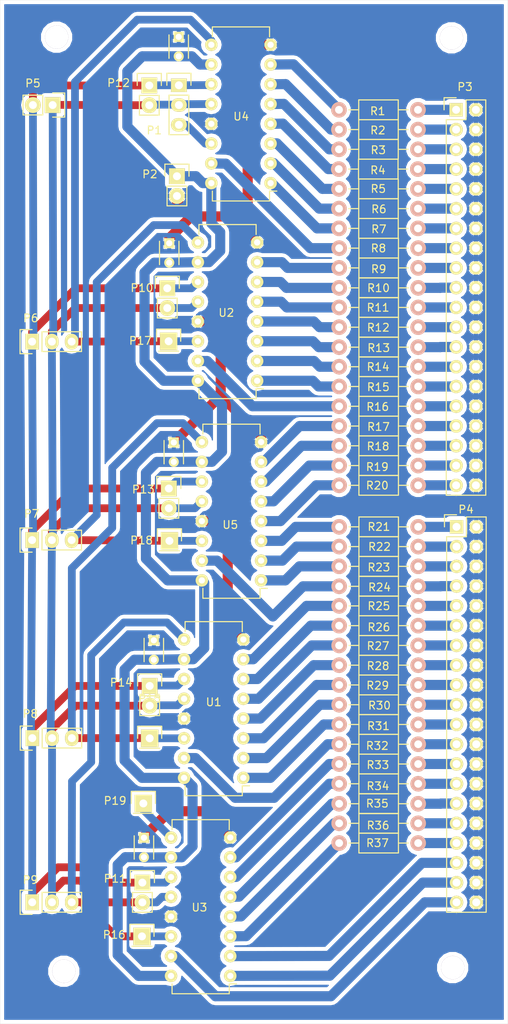
<source format=kicad_pcb>
(kicad_pcb (version 4) (host pcbnew 0.201511161334+6316~30~ubuntu15.04.1-product)
  (title_block (title "Pyguitar Prototype HMI PCB") (date 2015-11-17) (rev "0 ") (comment 1 "21 jumpers; 7 on back; 14 on front"))
  (layers (0 F.Cu mixed) (31 B.Cu jumper) (35 F.Paste user) (37 F.SilkS user) (39 F.Mask user) (44 Edge.Cuts user))
  (net 0 "")
  (net 1 /CLK)
  (net 2 /LATCH)
  (net 3 /DI)
  (net 4 /DO)
  (net 5 +5V)
  (net 6 GND)
  (net 7 "Net-(P3-Pad1)")
  (net 8 "Net-(P3-Pad3)")
  (net 9 "Net-(P3-Pad5)")
  (net 10 "Net-(P3-Pad7)")
  (net 11 "Net-(P3-Pad9)")
  (net 12 "Net-(P3-Pad11)")
  (net 13 "Net-(P3-Pad13)")
  (net 14 "Net-(P3-Pad15)")
  (net 15 "Net-(P3-Pad17)")
  (net 16 "Net-(P3-Pad19)")
  (net 17 "Net-(P3-Pad21)")
  (net 18 "Net-(P3-Pad23)")
  (net 19 "Net-(P3-Pad25)")
  (net 20 "Net-(P3-Pad27)")
  (net 21 "Net-(P3-Pad29)")
  (net 22 "Net-(P3-Pad31)")
  (net 23 "Net-(P3-Pad33)")
  (net 24 "Net-(P3-Pad35)")
  (net 25 "Net-(P3-Pad37)")
  (net 26 "Net-(P3-Pad39)")
  (net 27 "Net-(P4-Pad1)")
  (net 28 "Net-(P4-Pad3)")
  (net 29 "Net-(P4-Pad5)")
  (net 30 "Net-(P4-Pad7)")
  (net 31 "Net-(P4-Pad9)")
  (net 32 "Net-(P4-Pad11)")
  (net 33 "Net-(P4-Pad13)")
  (net 34 "Net-(P4-Pad15)")
  (net 35 "Net-(P4-Pad17)")
  (net 36 "Net-(P4-Pad19)")
  (net 37 "Net-(P4-Pad21)")
  (net 38 "Net-(P4-Pad23)")
  (net 39 "Net-(P4-Pad25)")
  (net 40 "Net-(P4-Pad27)")
  (net 41 "Net-(P4-Pad29)")
  (net 42 "Net-(P4-Pad31)")
  (net 43 "Net-(P4-Pad33)")
  (net 44 /UU0)
  (net 45 /UU1)
  (net 46 /UU2)
  (net 47 /AV0)
  (net 48 /AV1)
  (net 49 /AV2)
  (net 50 /AT0)
  (net 51 /AT1)
  (net 52 /AT2)
  (net 53 /BV0)
  (net 54 /BV1)
  (net 55 /BV2)
  (net 56 /BT0)
  (net 57 /BT1)
  (net 58 /BT2)
  (net 59 /CV0)
  (net 60 /CV1)
  (net 61 /CV2)
  (net 62 /CT0)
  (net 63 /CT1)
  (net 64 /CT2)
  (net 65 /DV0)
  (net 66 /DV1)
  (net 67 /DV2)
  (net 68 /DT0)
  (net 69 /DT1)
  (net 70 /DT2)
  (net 71 /MV0)
  (net 72 /MV1)
  (net 73 /MV2)
  (net 74 /MT0)
  (net 75 /MT1)
  (net 76 /MT2)
  (net 77 /TR0)
  (net 78 /TR1)
  (net 79 /TR2)
  (net 80 /PBUL)
  (net 81 /PBUR)
  (net 82 /PBLL)
  (net 83 /PBLR)
  (net 84 "Net-(P17-Pad1)")
  (net 85 "Net-(P18-Pad1)")
  (net 86 "Net-(P15-Pad1)")
  (net 87 "Net-(P16-Pad1)")
  (module Pin_Headers:Pin_Header_Straight_1x02 (layer F.Cu) (at 128.6764 48.4124)
    (fp_text reference P2 (at -3.4798 -0.254 180) (layer F.SilkS))
    (fp_text value CONN_01X02 hide)
    (pad 1 thru_hole rect (at 0 0) (size 2.032 2.032) (drill 1.016) (layers *.Cu *.Mask F.SilkS) (net 5 +5V))
    (pad 2 thru_hole oval (at 0 2.54) (size 2.032 2.032) (drill 1.016) (layers *.Cu *.Mask F.SilkS) (net 6 GND))
  )
  (module Pin_Headers:Pin_Header_Straight_2x20 (layer F.Cu) (at 164.5664 39.878)
    (fp_text reference P3 (at 1.143 -2.9464) (layer F.SilkS))
    (fp_text value CONN_02X20 hide)
    (pad 1 thru_hole rect (at 0 0) (size 1.7272 1.7272) (drill 1.016) (layers *.Cu *.Mask F.SilkS) (net 7 "Net-(P3-Pad1)"))
    (pad 2 thru_hole oval (at 2.54 0) (size 1.7272 1.7272) (drill 1.016) (layers *.Cu *.Mask F.SilkS) (net 6 GND))
    (pad 3 thru_hole oval (at 0 2.54) (size 1.7272 1.7272) (drill 1.016) (layers *.Cu *.Mask F.SilkS) (net 8 "Net-(P3-Pad3)"))
    (pad 4 thru_hole oval (at 2.54 2.54) (size 1.7272 1.7272) (drill 1.016) (layers *.Cu *.Mask F.SilkS) (net 6 GND))
    (pad 5 thru_hole oval (at 0 5.08) (size 1.7272 1.7272) (drill 1.016) (layers *.Cu *.Mask F.SilkS) (net 9 "Net-(P3-Pad5)"))
    (pad 6 thru_hole oval (at 2.54 5.08) (size 1.7272 1.7272) (drill 1.016) (layers *.Cu *.Mask F.SilkS) (net 6 GND))
    (pad 7 thru_hole oval (at 0 7.62) (size 1.7272 1.7272) (drill 1.016) (layers *.Cu *.Mask F.SilkS) (net 10 "Net-(P3-Pad7)"))
    (pad 8 thru_hole oval (at 2.54 7.62) (size 1.7272 1.7272) (drill 1.016) (layers *.Cu *.Mask F.SilkS) (net 6 GND))
    (pad 9 thru_hole oval (at 0 10.16) (size 1.7272 1.7272) (drill 1.016) (layers *.Cu *.Mask F.SilkS) (net 11 "Net-(P3-Pad9)"))
    (pad 10 thru_hole oval (at 2.54 10.16) (size 1.7272 1.7272) (drill 1.016) (layers *.Cu *.Mask F.SilkS) (net 6 GND))
    (pad 11 thru_hole oval (at 0 12.7) (size 1.7272 1.7272) (drill 1.016) (layers *.Cu *.Mask F.SilkS) (net 12 "Net-(P3-Pad11)"))
    (pad 12 thru_hole oval (at 2.54 12.7) (size 1.7272 1.7272) (drill 1.016) (layers *.Cu *.Mask F.SilkS) (net 6 GND))
    (pad 13 thru_hole oval (at 0 15.24) (size 1.7272 1.7272) (drill 1.016) (layers *.Cu *.Mask F.SilkS) (net 13 "Net-(P3-Pad13)"))
    (pad 14 thru_hole oval (at 2.54 15.24) (size 1.7272 1.7272) (drill 1.016) (layers *.Cu *.Mask F.SilkS) (net 6 GND))
    (pad 15 thru_hole oval (at 0 17.78) (size 1.7272 1.7272) (drill 1.016) (layers *.Cu *.Mask F.SilkS) (net 14 "Net-(P3-Pad15)"))
    (pad 16 thru_hole oval (at 2.54 17.78) (size 1.7272 1.7272) (drill 1.016) (layers *.Cu *.Mask F.SilkS) (net 6 GND))
    (pad 17 thru_hole oval (at 0 20.32) (size 1.7272 1.7272) (drill 1.016) (layers *.Cu *.Mask F.SilkS) (net 15 "Net-(P3-Pad17)"))
    (pad 18 thru_hole oval (at 2.54 20.32) (size 1.7272 1.7272) (drill 1.016) (layers *.Cu *.Mask F.SilkS) (net 6 GND))
    (pad 19 thru_hole oval (at 0 22.86) (size 1.7272 1.7272) (drill 1.016) (layers *.Cu *.Mask F.SilkS) (net 16 "Net-(P3-Pad19)"))
    (pad 20 thru_hole oval (at 2.54 22.86) (size 1.7272 1.7272) (drill 1.016) (layers *.Cu *.Mask F.SilkS) (net 6 GND))
    (pad 21 thru_hole oval (at 0 25.4) (size 1.7272 1.7272) (drill 1.016) (layers *.Cu *.Mask F.SilkS) (net 17 "Net-(P3-Pad21)"))
    (pad 22 thru_hole oval (at 2.54 25.4) (size 1.7272 1.7272) (drill 1.016) (layers *.Cu *.Mask F.SilkS) (net 6 GND))
    (pad 23 thru_hole oval (at 0 27.94) (size 1.7272 1.7272) (drill 1.016) (layers *.Cu *.Mask F.SilkS) (net 18 "Net-(P3-Pad23)"))
    (pad 24 thru_hole oval (at 2.54 27.94) (size 1.7272 1.7272) (drill 1.016) (layers *.Cu *.Mask F.SilkS) (net 6 GND))
    (pad 25 thru_hole oval (at 0 30.48) (size 1.7272 1.7272) (drill 1.016) (layers *.Cu *.Mask F.SilkS) (net 19 "Net-(P3-Pad25)"))
    (pad 26 thru_hole oval (at 2.54 30.48) (size 1.7272 1.7272) (drill 1.016) (layers *.Cu *.Mask F.SilkS) (net 6 GND))
    (pad 27 thru_hole oval (at 0 33.02) (size 1.7272 1.7272) (drill 1.016) (layers *.Cu *.Mask F.SilkS) (net 20 "Net-(P3-Pad27)"))
    (pad 28 thru_hole oval (at 2.54 33.02) (size 1.7272 1.7272) (drill 1.016) (layers *.Cu *.Mask F.SilkS) (net 6 GND))
    (pad 29 thru_hole oval (at 0 35.56) (size 1.7272 1.7272) (drill 1.016) (layers *.Cu *.Mask F.SilkS) (net 21 "Net-(P3-Pad29)"))
    (pad 30 thru_hole oval (at 2.54 35.56) (size 1.7272 1.7272) (drill 1.016) (layers *.Cu *.Mask F.SilkS) (net 6 GND))
    (pad 31 thru_hole oval (at 0 38.1) (size 1.7272 1.7272) (drill 1.016) (layers *.Cu *.Mask F.SilkS) (net 22 "Net-(P3-Pad31)"))
    (pad 32 thru_hole oval (at 2.54 38.1) (size 1.7272 1.7272) (drill 1.016) (layers *.Cu *.Mask F.SilkS) (net 6 GND))
    (pad 33 thru_hole oval (at 0 40.64) (size 1.7272 1.7272) (drill 1.016) (layers *.Cu *.Mask F.SilkS) (net 23 "Net-(P3-Pad33)"))
    (pad 34 thru_hole oval (at 2.54 40.64) (size 1.7272 1.7272) (drill 1.016) (layers *.Cu *.Mask F.SilkS) (net 6 GND))
    (pad 35 thru_hole oval (at 0 43.18) (size 1.7272 1.7272) (drill 1.016) (layers *.Cu *.Mask F.SilkS) (net 24 "Net-(P3-Pad35)"))
    (pad 36 thru_hole oval (at 2.54 43.18) (size 1.7272 1.7272) (drill 1.016) (layers *.Cu *.Mask F.SilkS) (net 6 GND))
    (pad 37 thru_hole oval (at 0 45.72) (size 1.7272 1.7272) (drill 1.016) (layers *.Cu *.Mask F.SilkS) (net 25 "Net-(P3-Pad37)"))
    (pad 38 thru_hole oval (at 2.54 45.72) (size 1.7272 1.7272) (drill 1.016) (layers *.Cu *.Mask F.SilkS) (net 6 GND))
    (pad 39 thru_hole oval (at 0 48.26) (size 1.7272 1.7272) (drill 1.016) (layers *.Cu *.Mask F.SilkS) (net 26 "Net-(P3-Pad39)"))
    (pad 40 thru_hole oval (at 2.54 48.26) (size 1.7272 1.7272) (drill 1.016) (layers *.Cu *.Mask F.SilkS) (net 6 GND))
  )
  (module Pin_Headers:Pin_Header_Straight_2x20 (layer F.Cu) (at 164.6174 93.472)
    (fp_text reference P4 (at 1.2192 -2.2352) (layer F.SilkS))
    (fp_text value CONN_02X20 hide)
    (pad 1 thru_hole rect (at 0 0) (size 1.7272 1.7272) (drill 1.016) (layers *.Cu *.Mask F.SilkS) (net 27 "Net-(P4-Pad1)"))
    (pad 2 thru_hole oval (at 2.54 0) (size 1.7272 1.7272) (drill 1.016) (layers *.Cu *.Mask F.SilkS) (net 6 GND))
    (pad 3 thru_hole oval (at 0 2.54) (size 1.7272 1.7272) (drill 1.016) (layers *.Cu *.Mask F.SilkS) (net 28 "Net-(P4-Pad3)"))
    (pad 4 thru_hole oval (at 2.54 2.54) (size 1.7272 1.7272) (drill 1.016) (layers *.Cu *.Mask F.SilkS) (net 6 GND))
    (pad 5 thru_hole oval (at 0 5.08) (size 1.7272 1.7272) (drill 1.016) (layers *.Cu *.Mask F.SilkS) (net 29 "Net-(P4-Pad5)"))
    (pad 6 thru_hole oval (at 2.54 5.08) (size 1.7272 1.7272) (drill 1.016) (layers *.Cu *.Mask F.SilkS) (net 6 GND))
    (pad 7 thru_hole oval (at 0 7.62) (size 1.7272 1.7272) (drill 1.016) (layers *.Cu *.Mask F.SilkS) (net 30 "Net-(P4-Pad7)"))
    (pad 8 thru_hole oval (at 2.54 7.62) (size 1.7272 1.7272) (drill 1.016) (layers *.Cu *.Mask F.SilkS) (net 6 GND))
    (pad 9 thru_hole oval (at 0 10.16) (size 1.7272 1.7272) (drill 1.016) (layers *.Cu *.Mask F.SilkS) (net 31 "Net-(P4-Pad9)"))
    (pad 10 thru_hole oval (at 2.54 10.16) (size 1.7272 1.7272) (drill 1.016) (layers *.Cu *.Mask F.SilkS) (net 6 GND))
    (pad 11 thru_hole oval (at 0 12.7) (size 1.7272 1.7272) (drill 1.016) (layers *.Cu *.Mask F.SilkS) (net 32 "Net-(P4-Pad11)"))
    (pad 12 thru_hole oval (at 2.54 12.7) (size 1.7272 1.7272) (drill 1.016) (layers *.Cu *.Mask F.SilkS) (net 6 GND))
    (pad 13 thru_hole oval (at 0 15.24) (size 1.7272 1.7272) (drill 1.016) (layers *.Cu *.Mask F.SilkS) (net 33 "Net-(P4-Pad13)"))
    (pad 14 thru_hole oval (at 2.54 15.24) (size 1.7272 1.7272) (drill 1.016) (layers *.Cu *.Mask F.SilkS) (net 6 GND))
    (pad 15 thru_hole oval (at 0 17.78) (size 1.7272 1.7272) (drill 1.016) (layers *.Cu *.Mask F.SilkS) (net 34 "Net-(P4-Pad15)"))
    (pad 16 thru_hole oval (at 2.54 17.78) (size 1.7272 1.7272) (drill 1.016) (layers *.Cu *.Mask F.SilkS) (net 6 GND))
    (pad 17 thru_hole oval (at 0 20.32) (size 1.7272 1.7272) (drill 1.016) (layers *.Cu *.Mask F.SilkS) (net 35 "Net-(P4-Pad17)"))
    (pad 18 thru_hole oval (at 2.54 20.32) (size 1.7272 1.7272) (drill 1.016) (layers *.Cu *.Mask F.SilkS) (net 6 GND))
    (pad 19 thru_hole oval (at 0 22.86) (size 1.7272 1.7272) (drill 1.016) (layers *.Cu *.Mask F.SilkS) (net 36 "Net-(P4-Pad19)"))
    (pad 20 thru_hole oval (at 2.54 22.86) (size 1.7272 1.7272) (drill 1.016) (layers *.Cu *.Mask F.SilkS) (net 6 GND))
    (pad 21 thru_hole oval (at 0 25.4) (size 1.7272 1.7272) (drill 1.016) (layers *.Cu *.Mask F.SilkS) (net 37 "Net-(P4-Pad21)"))
    (pad 22 thru_hole oval (at 2.54 25.4) (size 1.7272 1.7272) (drill 1.016) (layers *.Cu *.Mask F.SilkS) (net 6 GND))
    (pad 23 thru_hole oval (at 0 27.94) (size 1.7272 1.7272) (drill 1.016) (layers *.Cu *.Mask F.SilkS) (net 38 "Net-(P4-Pad23)"))
    (pad 24 thru_hole oval (at 2.54 27.94) (size 1.7272 1.7272) (drill 1.016) (layers *.Cu *.Mask F.SilkS) (net 6 GND))
    (pad 25 thru_hole oval (at 0 30.48) (size 1.7272 1.7272) (drill 1.016) (layers *.Cu *.Mask F.SilkS) (net 39 "Net-(P4-Pad25)"))
    (pad 26 thru_hole oval (at 2.54 30.48) (size 1.7272 1.7272) (drill 1.016) (layers *.Cu *.Mask F.SilkS) (net 6 GND))
    (pad 27 thru_hole oval (at 0 33.02) (size 1.7272 1.7272) (drill 1.016) (layers *.Cu *.Mask F.SilkS) (net 40 "Net-(P4-Pad27)"))
    (pad 28 thru_hole oval (at 2.54 33.02) (size 1.7272 1.7272) (drill 1.016) (layers *.Cu *.Mask F.SilkS) (net 6 GND))
    (pad 29 thru_hole oval (at 0 35.56) (size 1.7272 1.7272) (drill 1.016) (layers *.Cu *.Mask F.SilkS) (net 41 "Net-(P4-Pad29)"))
    (pad 30 thru_hole oval (at 2.54 35.56) (size 1.7272 1.7272) (drill 1.016) (layers *.Cu *.Mask F.SilkS) (net 6 GND))
    (pad 31 thru_hole oval (at 0 38.1) (size 1.7272 1.7272) (drill 1.016) (layers *.Cu *.Mask F.SilkS) (net 42 "Net-(P4-Pad31)"))
    (pad 32 thru_hole oval (at 2.54 38.1) (size 1.7272 1.7272) (drill 1.016) (layers *.Cu *.Mask F.SilkS) (net 6 GND))
    (pad 33 thru_hole oval (at 0 40.64) (size 1.7272 1.7272) (drill 1.016) (layers *.Cu *.Mask F.SilkS) (net 43 "Net-(P4-Pad33)"))
    (pad 34 thru_hole oval (at 2.54 40.64) (size 1.7272 1.7272) (drill 1.016) (layers *.Cu *.Mask F.SilkS) (net 6 GND))
    (pad 35 thru_hole oval (at 0 43.18) (size 1.7272 1.7272) (drill 1.016) (layers *.Cu *.Mask F.SilkS) (net 44 /UU0))
    (pad 36 thru_hole oval (at 2.54 43.18) (size 1.7272 1.7272) (drill 1.016) (layers *.Cu *.Mask F.SilkS) (net 6 GND))
    (pad 37 thru_hole oval (at 0 45.72) (size 1.7272 1.7272) (drill 1.016) (layers *.Cu *.Mask F.SilkS) (net 45 /UU1))
    (pad 38 thru_hole oval (at 2.54 45.72) (size 1.7272 1.7272) (drill 1.016) (layers *.Cu *.Mask F.SilkS) (net 6 GND))
    (pad 39 thru_hole oval (at 0 48.26) (size 1.7272 1.7272) (drill 1.016) (layers *.Cu *.Mask F.SilkS) (net 46 /UU2))
    (pad 40 thru_hole oval (at 2.54 48.26) (size 1.7272 1.7272) (drill 1.016) (layers *.Cu *.Mask F.SilkS) (net 6 GND))
  )
  (module Resistors_ThroughHole:Resistor_Horizontal_RM10mm (layer F.Cu) (at 154.5844 39.878 180)
    (fp_text reference R1 (at 0.1016 -0.1778 180) (layer F.SilkS))
    (fp_text value 1K hide)
    (pad 1 thru_hole circle (at -5.08 0 180) (size 1.99898 1.99898) (drill 1.00076) (layers *.Cu *.SilkS *.Mask) (net 7 "Net-(P3-Pad1)"))
    (pad 2 thru_hole circle (at 5.08 0 180) (size 1.99898 1.99898) (drill 1.00076) (layers *.Cu *.SilkS *.Mask) (net 47 /AV0))
  )
  (module Resistors_ThroughHole:Resistor_Horizontal_RM10mm (layer F.Cu) (at 154.5844 42.418 180)
    (fp_text reference R2 (at 0.0762 -0.1016 180) (layer F.SilkS))
    (fp_text value 1K hide)
    (pad 1 thru_hole circle (at -5.08 0 180) (size 1.99898 1.99898) (drill 1.00076) (layers *.Cu *.SilkS *.Mask) (net 8 "Net-(P3-Pad3)"))
    (pad 2 thru_hole circle (at 5.08 0 180) (size 1.99898 1.99898) (drill 1.00076) (layers *.Cu *.SilkS *.Mask) (net 48 /AV1))
  )
  (module Resistors_ThroughHole:Resistor_Horizontal_RM10mm (layer F.Cu) (at 154.5844 44.958 180)
    (fp_text reference R3 (at 0.0254 -0.1016 180) (layer F.SilkS))
    (fp_text value 1K hide)
    (pad 1 thru_hole circle (at -5.08 0 180) (size 1.99898 1.99898) (drill 1.00076) (layers *.Cu *.SilkS *.Mask) (net 9 "Net-(P3-Pad5)"))
    (pad 2 thru_hole circle (at 5.08 0 180) (size 1.99898 1.99898) (drill 1.00076) (layers *.Cu *.SilkS *.Mask) (net 49 /AV2))
  )
  (module Resistors_ThroughHole:Resistor_Horizontal_RM10mm (layer F.Cu) (at 154.5594 47.498 180)
    (fp_text reference R4 (at 0.0508 -0.1524 180) (layer F.SilkS))
    (fp_text value 1K hide)
    (pad 1 thru_hole circle (at -5.08 0 180) (size 1.99898 1.99898) (drill 1.00076) (layers *.Cu *.SilkS *.Mask) (net 10 "Net-(P3-Pad7)"))
    (pad 2 thru_hole circle (at 5.08 0 180) (size 1.99898 1.99898) (drill 1.00076) (layers *.Cu *.SilkS *.Mask) (net 50 /AT0))
  )
  (module Resistors_ThroughHole:Resistor_Horizontal_RM10mm (layer F.Cu) (at 154.5844 50.038 180)
    (fp_text reference R5 (at 0.0254 0 180) (layer F.SilkS))
    (fp_text value 1K hide)
    (pad 1 thru_hole circle (at -5.08 0 180) (size 1.99898 1.99898) (drill 1.00076) (layers *.Cu *.SilkS *.Mask) (net 11 "Net-(P3-Pad9)"))
    (pad 2 thru_hole circle (at 5.08 0 180) (size 1.99898 1.99898) (drill 1.00076) (layers *.Cu *.SilkS *.Mask) (net 51 /AT1))
  )
  (module Resistors_ThroughHole:Resistor_Horizontal_RM10mm (layer F.Cu) (at 154.5844 52.578 180)
    (fp_text reference R6 (at -0.0508 -0.0762 180) (layer F.SilkS))
    (fp_text value 1K hide)
    (pad 1 thru_hole circle (at -5.08 0 180) (size 1.99898 1.99898) (drill 1.00076) (layers *.Cu *.SilkS *.Mask) (net 12 "Net-(P3-Pad11)"))
    (pad 2 thru_hole circle (at 5.08 0 180) (size 1.99898 1.99898) (drill 1.00076) (layers *.Cu *.SilkS *.Mask) (net 52 /AT2))
  )
  (module Resistors_ThroughHole:Resistor_Horizontal_RM10mm (layer F.Cu) (at 154.5844 55.118 180)
    (fp_text reference R7 (at -0.0508 -0.1016 180) (layer F.SilkS))
    (fp_text value 1K hide)
    (pad 1 thru_hole circle (at -5.08 0 180) (size 1.99898 1.99898) (drill 1.00076) (layers *.Cu *.SilkS *.Mask) (net 13 "Net-(P3-Pad13)"))
    (pad 2 thru_hole circle (at 5.08 0 180) (size 1.99898 1.99898) (drill 1.00076) (layers *.Cu *.SilkS *.Mask) (net 53 /BV0))
  )
  (module Resistors_ThroughHole:Resistor_Horizontal_RM10mm (layer F.Cu) (at 154.6094 57.658 180)
    (fp_text reference R8 (at 0.0254 -0.0254 180) (layer F.SilkS))
    (fp_text value 1K hide)
    (pad 1 thru_hole circle (at -5.08 0 180) (size 1.99898 1.99898) (drill 1.00076) (layers *.Cu *.SilkS *.Mask) (net 14 "Net-(P3-Pad15)"))
    (pad 2 thru_hole circle (at 5.08 0 180) (size 1.99898 1.99898) (drill 1.00076) (layers *.Cu *.SilkS *.Mask) (net 54 /BV1))
  )
  (module Resistors_ThroughHole:Resistor_Horizontal_RM10mm (layer F.Cu) (at 154.6094 60.198 180)
    (fp_text reference R9 (at 0 -0.1524 180) (layer F.SilkS))
    (fp_text value 1K hide)
    (pad 1 thru_hole circle (at -5.08 0 180) (size 1.99898 1.99898) (drill 1.00076) (layers *.Cu *.SilkS *.Mask) (net 15 "Net-(P3-Pad17)"))
    (pad 2 thru_hole circle (at 5.08 0 180) (size 1.99898 1.99898) (drill 1.00076) (layers *.Cu *.SilkS *.Mask) (net 55 /BV2))
  )
  (module Resistors_ThroughHole:Resistor_Horizontal_RM10mm (layer F.Cu) (at 154.6094 62.763 180)
    (fp_text reference R10 (at 0.0254 -0.0254 180) (layer F.SilkS))
    (fp_text value 1K hide)
    (pad 1 thru_hole circle (at -5.08 0 180) (size 1.99898 1.99898) (drill 1.00076) (layers *.Cu *.SilkS *.Mask) (net 16 "Net-(P3-Pad19)"))
    (pad 2 thru_hole circle (at 5.08 0 180) (size 1.99898 1.99898) (drill 1.00076) (layers *.Cu *.SilkS *.Mask) (net 56 /BT0))
  )
  (module Resistors_ThroughHole:Resistor_Horizontal_RM10mm (layer F.Cu) (at 154.6094 65.278 180)
    (fp_text reference R11 (at 0.0762 -0.0254 180) (layer F.SilkS))
    (fp_text value 1K hide)
    (pad 1 thru_hole circle (at -5.08 0 180) (size 1.99898 1.99898) (drill 1.00076) (layers *.Cu *.SilkS *.Mask) (net 17 "Net-(P3-Pad21)"))
    (pad 2 thru_hole circle (at 5.08 0 180) (size 1.99898 1.99898) (drill 1.00076) (layers *.Cu *.SilkS *.Mask) (net 57 /BT1))
  )
  (module Resistors_ThroughHole:Resistor_Horizontal_RM10mm (layer F.Cu) (at 154.6094 67.818 180)
    (fp_text reference R12 (at 0.0508 -0.0508 180) (layer F.SilkS))
    (fp_text value 1K hide)
    (pad 1 thru_hole circle (at -5.08 0 180) (size 1.99898 1.99898) (drill 1.00076) (layers *.Cu *.SilkS *.Mask) (net 18 "Net-(P3-Pad23)"))
    (pad 2 thru_hole circle (at 5.08 0 180) (size 1.99898 1.99898) (drill 1.00076) (layers *.Cu *.SilkS *.Mask) (net 58 /BT2))
  )
  (module Resistors_ThroughHole:Resistor_Horizontal_RM10mm (layer F.Cu) (at 154.6094 70.383 180)
    (fp_text reference R13 (at 0 -0.1016 180) (layer F.SilkS))
    (fp_text value 1K hide)
    (pad 1 thru_hole circle (at -5.08 0 180) (size 1.99898 1.99898) (drill 1.00076) (layers *.Cu *.SilkS *.Mask) (net 19 "Net-(P3-Pad25)"))
    (pad 2 thru_hole circle (at 5.08 0 180) (size 1.99898 1.99898) (drill 1.00076) (layers *.Cu *.SilkS *.Mask) (net 59 /CV0))
  )
  (module Resistors_ThroughHole:Resistor_Horizontal_RM10mm (layer F.Cu) (at 154.6094 72.898 180)
    (fp_text reference R14 (at 0.0762 -0.0254 180) (layer F.SilkS))
    (fp_text value 1K hide)
    (pad 1 thru_hole circle (at -5.08 0 180) (size 1.99898 1.99898) (drill 1.00076) (layers *.Cu *.SilkS *.Mask) (net 20 "Net-(P3-Pad27)"))
    (pad 2 thru_hole circle (at 5.08 0 180) (size 1.99898 1.99898) (drill 1.00076) (layers *.Cu *.SilkS *.Mask) (net 60 /CV1))
  )
  (module Resistors_ThroughHole:Resistor_Horizontal_RM10mm (layer F.Cu) (at 154.6094 75.438 180)
    (fp_text reference R15 (at 0.0508 -0.0762 180) (layer F.SilkS))
    (fp_text value 1K hide)
    (pad 1 thru_hole circle (at -5.08 0 180) (size 1.99898 1.99898) (drill 1.00076) (layers *.Cu *.SilkS *.Mask) (net 21 "Net-(P3-Pad29)"))
    (pad 2 thru_hole circle (at 5.08 0 180) (size 1.99898 1.99898) (drill 1.00076) (layers *.Cu *.SilkS *.Mask) (net 61 /CV2))
  )
  (module Resistors_ThroughHole:Resistor_Horizontal_RM10mm (layer F.Cu) (at 154.6094 77.978 180)
    (fp_text reference R16 (at 0.127 -0.0762 180) (layer F.SilkS))
    (fp_text value 1K hide)
    (pad 1 thru_hole circle (at -5.08 0 180) (size 1.99898 1.99898) (drill 1.00076) (layers *.Cu *.SilkS *.Mask) (net 22 "Net-(P3-Pad31)"))
    (pad 2 thru_hole circle (at 5.08 0 180) (size 1.99898 1.99898) (drill 1.00076) (layers *.Cu *.SilkS *.Mask) (net 62 /CT0))
  )
  (module Resistors_ThroughHole:Resistor_Horizontal_RM10mm (layer F.Cu) (at 154.6094 80.518 180)
    (fp_text reference R17 (at 0.0254 -0.1016 180) (layer F.SilkS))
    (fp_text value 1K hide)
    (pad 1 thru_hole circle (at -5.08 0 180) (size 1.99898 1.99898) (drill 1.00076) (layers *.Cu *.SilkS *.Mask) (net 23 "Net-(P3-Pad33)"))
    (pad 2 thru_hole circle (at 5.08 0 180) (size 1.99898 1.99898) (drill 1.00076) (layers *.Cu *.SilkS *.Mask) (net 63 /CT1))
  )
  (module Resistors_ThroughHole:Resistor_Horizontal_RM10mm (layer F.Cu) (at 154.6094 83.058 180)
    (fp_text reference R18 (at 0.0762 -0.0762 180) (layer F.SilkS))
    (fp_text value 1K hide)
    (pad 1 thru_hole circle (at -5.08 0 180) (size 1.99898 1.99898) (drill 1.00076) (layers *.Cu *.SilkS *.Mask) (net 24 "Net-(P3-Pad35)"))
    (pad 2 thru_hole circle (at 5.08 0 180) (size 1.99898 1.99898) (drill 1.00076) (layers *.Cu *.SilkS *.Mask) (net 64 /CT2))
  )
  (module Resistors_ThroughHole:Resistor_Horizontal_RM10mm (layer F.Cu) (at 154.6094 85.598 180)
    (fp_text reference R19 (at 0.1778 -0.1778 180) (layer F.SilkS))
    (fp_text value 1K hide)
    (pad 1 thru_hole circle (at -5.08 0 180) (size 1.99898 1.99898) (drill 1.00076) (layers *.Cu *.SilkS *.Mask) (net 25 "Net-(P3-Pad37)"))
    (pad 2 thru_hole circle (at 5.08 0 180) (size 1.99898 1.99898) (drill 1.00076) (layers *.Cu *.SilkS *.Mask) (net 65 /DV0))
  )
  (module Resistors_ThroughHole:Resistor_Horizontal_RM10mm (layer F.Cu) (at 154.6094 88.138 180)
    (fp_text reference R20 (at 0.1778 -0.0254 180) (layer F.SilkS))
    (fp_text value 1K hide)
    (pad 1 thru_hole circle (at -5.08 0 180) (size 1.99898 1.99898) (drill 1.00076) (layers *.Cu *.SilkS *.Mask) (net 26 "Net-(P3-Pad39)"))
    (pad 2 thru_hole circle (at 5.08 0 180) (size 1.99898 1.99898) (drill 1.00076) (layers *.Cu *.SilkS *.Mask) (net 66 /DV1))
  )
  (module Resistors_ThroughHole:Resistor_Horizontal_RM10mm (layer F.Cu) (at 154.6094 93.472 180)
    (fp_text reference R21 (at -0.0254 0 180) (layer F.SilkS))
    (fp_text value 1K hide)
    (pad 1 thru_hole circle (at -5.08 0 180) (size 1.99898 1.99898) (drill 1.00076) (layers *.Cu *.SilkS *.Mask) (net 27 "Net-(P4-Pad1)"))
    (pad 2 thru_hole circle (at 5.08 0 180) (size 1.99898 1.99898) (drill 1.00076) (layers *.Cu *.SilkS *.Mask) (net 67 /DV2))
  )
  (module Resistors_ThroughHole:Resistor_Horizontal_RM10mm (layer F.Cu) (at 154.6094 96.012 180)
    (fp_text reference R22 (at -0.1016 -0.0254 180) (layer F.SilkS))
    (fp_text value 1K hide)
    (pad 1 thru_hole circle (at -5.08 0 180) (size 1.99898 1.99898) (drill 1.00076) (layers *.Cu *.SilkS *.Mask) (net 28 "Net-(P4-Pad3)"))
    (pad 2 thru_hole circle (at 5.08 0 180) (size 1.99898 1.99898) (drill 1.00076) (layers *.Cu *.SilkS *.Mask) (net 68 /DT0))
  )
  (module Resistors_ThroughHole:Resistor_Horizontal_RM10mm (layer F.Cu) (at 154.6094 98.552 180)
    (fp_text reference R23 (at -0.0254 -0.127 180) (layer F.SilkS))
    (fp_text value 1K hide)
    (pad 1 thru_hole circle (at -5.08 0 180) (size 1.99898 1.99898) (drill 1.00076) (layers *.Cu *.SilkS *.Mask) (net 29 "Net-(P4-Pad5)"))
    (pad 2 thru_hole circle (at 5.08 0 180) (size 1.99898 1.99898) (drill 1.00076) (layers *.Cu *.SilkS *.Mask) (net 69 /DT1))
  )
  (module Resistors_ThroughHole:Resistor_Horizontal_RM10mm (layer F.Cu) (at 154.6094 101.117 180)
    (fp_text reference R24 (at -0.1016 -0.127 180) (layer F.SilkS))
    (fp_text value 1K hide)
    (pad 1 thru_hole circle (at -5.08 0 180) (size 1.99898 1.99898) (drill 1.00076) (layers *.Cu *.SilkS *.Mask) (net 30 "Net-(P4-Pad7)"))
    (pad 2 thru_hole circle (at 5.08 0 180) (size 1.99898 1.99898) (drill 1.00076) (layers *.Cu *.SilkS *.Mask) (net 70 /DT2))
  )
  (module Resistors_ThroughHole:Resistor_Horizontal_RM10mm (layer F.Cu) (at 154.6094 103.632 180)
    (fp_text reference R25 (at -0.0254 -0.0254 180) (layer F.SilkS))
    (fp_text value 1K hide)
    (pad 1 thru_hole circle (at -5.08 0 180) (size 1.99898 1.99898) (drill 1.00076) (layers *.Cu *.SilkS *.Mask) (net 31 "Net-(P4-Pad9)"))
    (pad 2 thru_hole circle (at 5.08 0 180) (size 1.99898 1.99898) (drill 1.00076) (layers *.Cu *.SilkS *.Mask) (net 71 /MV0))
  )
  (module Resistors_ThroughHole:Resistor_Horizontal_RM10mm (layer F.Cu) (at 154.6094 106.172 180)
    (fp_text reference R26 (at -0.0254 -0.2032 180) (layer F.SilkS))
    (fp_text value 1K hide)
    (pad 1 thru_hole circle (at -5.08 0 180) (size 1.99898 1.99898) (drill 1.00076) (layers *.Cu *.SilkS *.Mask) (net 32 "Net-(P4-Pad11)"))
    (pad 2 thru_hole circle (at 5.08 0 180) (size 1.99898 1.99898) (drill 1.00076) (layers *.Cu *.SilkS *.Mask) (net 72 /MV1))
  )
  (module Resistors_ThroughHole:Resistor_Horizontal_RM10mm (layer F.Cu) (at 154.6094 108.712 180)
    (fp_text reference R27 (at 0.0762 -0.0762 180) (layer F.SilkS))
    (fp_text value 1K hide)
    (pad 1 thru_hole circle (at -5.08 0 180) (size 1.99898 1.99898) (drill 1.00076) (layers *.Cu *.SilkS *.Mask) (net 33 "Net-(P4-Pad13)"))
    (pad 2 thru_hole circle (at 5.08 0 180) (size 1.99898 1.99898) (drill 1.00076) (layers *.Cu *.SilkS *.Mask) (net 73 /MV2))
  )
  (module Resistors_ThroughHole:Resistor_Horizontal_RM10mm (layer F.Cu) (at 154.6094 111.252 180)
    (fp_text reference R28 (at 0.0762 -0.1016 180) (layer F.SilkS))
    (fp_text value 1K hide)
    (pad 1 thru_hole circle (at -5.08 0 180) (size 1.99898 1.99898) (drill 1.00076) (layers *.Cu *.SilkS *.Mask) (net 34 "Net-(P4-Pad15)"))
    (pad 2 thru_hole circle (at 5.08 0 180) (size 1.99898 1.99898) (drill 1.00076) (layers *.Cu *.SilkS *.Mask) (net 74 /MT0))
  )
  (module Resistors_ThroughHole:Resistor_Horizontal_RM10mm (layer F.Cu) (at 154.6094 113.792 180)
    (fp_text reference R29 (at 0.127 -0.0762 180) (layer F.SilkS))
    (fp_text value 1K hide)
    (pad 1 thru_hole circle (at -5.08 0 180) (size 1.99898 1.99898) (drill 1.00076) (layers *.Cu *.SilkS *.Mask) (net 35 "Net-(P4-Pad17)"))
    (pad 2 thru_hole circle (at 5.08 0 180) (size 1.99898 1.99898) (drill 1.00076) (layers *.Cu *.SilkS *.Mask) (net 75 /MT1))
  )
  (module Resistors_ThroughHole:Resistor_Horizontal_RM10mm (layer F.Cu) (at 154.6094 116.332 180)
    (fp_text reference R30 (at -0.1016 -0.1016 180) (layer F.SilkS))
    (fp_text value 1K hide)
    (pad 1 thru_hole circle (at -5.08 0 180) (size 1.99898 1.99898) (drill 1.00076) (layers *.Cu *.SilkS *.Mask) (net 36 "Net-(P4-Pad19)"))
    (pad 2 thru_hole circle (at 5.08 0 180) (size 1.99898 1.99898) (drill 1.00076) (layers *.Cu *.SilkS *.Mask) (net 76 /MT2))
  )
  (module Resistors_ThroughHole:Resistor_Horizontal_RM10mm (layer F.Cu) (at 154.6094 118.872 180)
    (fp_text reference R31 (at 0.0254 -0.2032 180) (layer F.SilkS))
    (fp_text value 1K hide)
    (pad 1 thru_hole circle (at -5.08 0 180) (size 1.99898 1.99898) (drill 1.00076) (layers *.Cu *.SilkS *.Mask) (net 37 "Net-(P4-Pad21)"))
    (pad 2 thru_hole circle (at 5.08 0 180) (size 1.99898 1.99898) (drill 1.00076) (layers *.Cu *.SilkS *.Mask) (net 77 /TR0))
  )
  (module Resistors_ThroughHole:Resistor_Horizontal_RM10mm (layer F.Cu) (at 154.6094 121.412 180)
    (fp_text reference R32 (at 0.1778 -0.2032 180) (layer F.SilkS))
    (fp_text value 1K hide)
    (pad 1 thru_hole circle (at -5.08 0 180) (size 1.99898 1.99898) (drill 1.00076) (layers *.Cu *.SilkS *.Mask) (net 38 "Net-(P4-Pad23)"))
    (pad 2 thru_hole circle (at 5.08 0 180) (size 1.99898 1.99898) (drill 1.00076) (layers *.Cu *.SilkS *.Mask) (net 78 /TR1))
  )
  (module Resistors_ThroughHole:Resistor_Horizontal_RM10mm (layer F.Cu) (at 154.6094 123.952 180)
    (fp_text reference R33 (at 0.1016 -0.127 180) (layer F.SilkS))
    (fp_text value 1K hide)
    (pad 1 thru_hole circle (at -5.08 0 180) (size 1.99898 1.99898) (drill 1.00076) (layers *.Cu *.SilkS *.Mask) (net 39 "Net-(P4-Pad25)"))
    (pad 2 thru_hole circle (at 5.08 0 180) (size 1.99898 1.99898) (drill 1.00076) (layers *.Cu *.SilkS *.Mask) (net 79 /TR2))
  )
  (module Resistors_ThroughHole:Resistor_Horizontal_RM10mm (layer F.Cu) (at 154.6094 126.492 180)
    (fp_text reference R34 (at 0.1016 -0.3048 180) (layer F.SilkS))
    (fp_text value 1K hide)
    (pad 1 thru_hole circle (at -5.08 0 180) (size 1.99898 1.99898) (drill 1.00076) (layers *.Cu *.SilkS *.Mask) (net 40 "Net-(P4-Pad27)"))
    (pad 2 thru_hole circle (at 5.08 0 180) (size 1.99898 1.99898) (drill 1.00076) (layers *.Cu *.SilkS *.Mask) (net 80 /PBUL))
  )
  (module Resistors_ThroughHole:Resistor_Horizontal_RM10mm (layer F.Cu) (at 154.6094 129.057 180)
    (fp_text reference R35 (at 0.1778 0.0254 180) (layer F.SilkS))
    (fp_text value 1K hide)
    (pad 1 thru_hole circle (at -5.08 0 180) (size 1.99898 1.99898) (drill 1.00076) (layers *.Cu *.SilkS *.Mask) (net 41 "Net-(P4-Pad29)"))
    (pad 2 thru_hole circle (at 5.08 0 180) (size 1.99898 1.99898) (drill 1.00076) (layers *.Cu *.SilkS *.Mask) (net 81 /PBUR))
  )
  (module Resistors_ThroughHole:Resistor_Horizontal_RM10mm (layer F.Cu) (at 154.6094 131.572 180)
    (fp_text reference R36 (at 0.0762 -0.2794 180) (layer F.SilkS))
    (fp_text value 1K hide)
    (pad 1 thru_hole circle (at -5.08 0 180) (size 1.99898 1.99898) (drill 1.00076) (layers *.Cu *.SilkS *.Mask) (net 42 "Net-(P4-Pad31)"))
    (pad 2 thru_hole circle (at 5.08 0 180) (size 1.99898 1.99898) (drill 1.00076) (layers *.Cu *.SilkS *.Mask) (net 82 /PBLL))
  )
  (module Resistors_ThroughHole:Resistor_Horizontal_RM10mm (layer F.Cu) (at 154.6094 134.112 180)
    (fp_text reference R37 (at 0.1524 0 180) (layer F.SilkS))
    (fp_text value 1K hide)
    (pad 1 thru_hole circle (at -5.08 0 180) (size 1.99898 1.99898) (drill 1.00076) (layers *.Cu *.SilkS *.Mask) (net 43 "Net-(P4-Pad33)"))
    (pad 2 thru_hole circle (at 5.08 0 180) (size 1.99898 1.99898) (drill 1.00076) (layers *.Cu *.SilkS *.Mask) (net 83 /PBLR))
  )
  (module Housings_DIP:DIP-16_W7.62mm (layer F.Cu) (at 137.2108 125.73 180)
    (fp_text reference U1 (at 3.81 9.7282 180) (layer F.SilkS))
    (fp_text value 74HC595 hide)
    (pad 1 thru_hole oval (at 0 0 180) (size 1.6 1.6) (drill 0.8) (layers *.Cu *.Mask F.SilkS) (net 77 /TR0))
    (pad 2 thru_hole oval (at 0 2.54 180) (size 1.6 1.6) (drill 0.8) (layers *.Cu *.Mask F.SilkS) (net 76 /MT2))
    (pad 3 thru_hole oval (at 0 5.08 180) (size 1.6 1.6) (drill 0.8) (layers *.Cu *.Mask F.SilkS) (net 75 /MT1))
    (pad 4 thru_hole oval (at 0 7.62 180) (size 1.6 1.6) (drill 0.8) (layers *.Cu *.Mask F.SilkS) (net 74 /MT0))
    (pad 5 thru_hole oval (at 0 10.16 180) (size 1.6 1.6) (drill 0.8) (layers *.Cu *.Mask F.SilkS) (net 73 /MV2))
    (pad 6 thru_hole oval (at 0 12.7 180) (size 1.6 1.6) (drill 0.8) (layers *.Cu *.Mask F.SilkS) (net 72 /MV1))
    (pad 7 thru_hole oval (at 0 15.24 180) (size 1.6 1.6) (drill 0.8) (layers *.Cu *.Mask F.SilkS) (net 71 /MV0))
    (pad 8 thru_hole oval (at 0 17.78 180) (size 1.6 1.6) (drill 0.8) (layers *.Cu *.Mask F.SilkS) (net 6 GND))
    (pad 9 thru_hole oval (at 7.62 17.78 180) (size 1.6 1.6) (drill 0.8) (layers *.Cu *.Mask F.SilkS) (net 87 "Net-(P16-Pad1)"))
    (pad 10 thru_hole oval (at 7.62 15.24 180) (size 1.6 1.6) (drill 0.8) (layers *.Cu *.Mask F.SilkS) (net 5 +5V))
    (pad 11 thru_hole oval (at 7.62 12.7 180) (size 1.6 1.6) (drill 0.8) (layers *.Cu *.Mask F.SilkS) (net 1 /CLK))
    (pad 12 thru_hole oval (at 7.62 10.16 180) (size 1.6 1.6) (drill 0.8) (layers *.Cu *.Mask F.SilkS) (net 2 /LATCH))
    (pad 13 thru_hole oval (at 7.62 7.62 180) (size 1.6 1.6) (drill 0.8) (layers *.Cu *.Mask F.SilkS) (net 6 GND))
    (pad 14 thru_hole oval (at 7.62 5.08 180) (size 1.6 1.6) (drill 0.8) (layers *.Cu *.Mask F.SilkS) (net 86 "Net-(P15-Pad1)"))
    (pad 15 thru_hole oval (at 7.62 2.54 180) (size 1.6 1.6) (drill 0.8) (layers *.Cu *.Mask F.SilkS) (net 78 /TR1))
    (pad 16 thru_hole oval (at 7.62 0 180) (size 1.6 1.6) (drill 0.8) (layers *.Cu *.Mask F.SilkS) (net 5 +5V))
  )
  (module Housings_DIP:DIP-16_W7.62mm (layer F.Cu) (at 138.9888 74.7014 180)
    (fp_text reference U2 (at 3.9624 8.7376 180) (layer F.SilkS))
    (fp_text value 74HC595 hide)
    (pad 1 thru_hole oval (at 0 0 180) (size 1.6 1.6) (drill 0.8) (layers *.Cu *.Mask F.SilkS) (net 61 /CV2))
    (pad 2 thru_hole oval (at 0 2.54 180) (size 1.6 1.6) (drill 0.8) (layers *.Cu *.Mask F.SilkS) (net 60 /CV1))
    (pad 3 thru_hole oval (at 0 5.08 180) (size 1.6 1.6) (drill 0.8) (layers *.Cu *.Mask F.SilkS) (net 59 /CV0))
    (pad 4 thru_hole oval (at 0 7.62 180) (size 1.6 1.6) (drill 0.8) (layers *.Cu *.Mask F.SilkS) (net 58 /BT2))
    (pad 5 thru_hole oval (at 0 10.16 180) (size 1.6 1.6) (drill 0.8) (layers *.Cu *.Mask F.SilkS) (net 57 /BT1))
    (pad 6 thru_hole oval (at 0 12.7 180) (size 1.6 1.6) (drill 0.8) (layers *.Cu *.Mask F.SilkS) (net 56 /BT0))
    (pad 7 thru_hole oval (at 0 15.24 180) (size 1.6 1.6) (drill 0.8) (layers *.Cu *.Mask F.SilkS) (net 55 /BV2))
    (pad 8 thru_hole oval (at 0 17.78 180) (size 1.6 1.6) (drill 0.8) (layers *.Cu *.Mask F.SilkS) (net 6 GND))
    (pad 9 thru_hole oval (at 7.62 17.78 180) (size 1.6 1.6) (drill 0.8) (layers *.Cu *.Mask F.SilkS) (net 85 "Net-(P18-Pad1)"))
    (pad 10 thru_hole oval (at 7.62 15.24 180) (size 1.6 1.6) (drill 0.8) (layers *.Cu *.Mask F.SilkS) (net 5 +5V))
    (pad 11 thru_hole oval (at 7.62 12.7 180) (size 1.6 1.6) (drill 0.8) (layers *.Cu *.Mask F.SilkS) (net 1 /CLK))
    (pad 12 thru_hole oval (at 7.62 10.16 180) (size 1.6 1.6) (drill 0.8) (layers *.Cu *.Mask F.SilkS) (net 2 /LATCH))
    (pad 13 thru_hole oval (at 7.62 7.62 180) (size 1.6 1.6) (drill 0.8) (layers *.Cu *.Mask F.SilkS) (net 6 GND))
    (pad 14 thru_hole oval (at 7.62 5.08 180) (size 1.6 1.6) (drill 0.8) (layers *.Cu *.Mask F.SilkS) (net 84 "Net-(P17-Pad1)"))
    (pad 15 thru_hole oval (at 7.62 2.54 180) (size 1.6 1.6) (drill 0.8) (layers *.Cu *.Mask F.SilkS) (net 62 /CT0))
    (pad 16 thru_hole oval (at 7.62 0 180) (size 1.6 1.6) (drill 0.8) (layers *.Cu *.Mask F.SilkS) (net 5 +5V))
  )
  (module Housings_DIP:DIP-16_W7.62mm (layer F.Cu) (at 135.5344 151.1808 180)
    (fp_text reference U3 (at 3.9624 8.7884 180) (layer F.SilkS))
    (fp_text value 74HC595 hide)
    (pad 1 thru_hole oval (at 0 0 180) (size 1.6 1.6) (drill 0.8) (layers *.Cu *.Mask F.SilkS) (net 45 /UU1))
    (pad 2 thru_hole oval (at 0 2.54 180) (size 1.6 1.6) (drill 0.8) (layers *.Cu *.Mask F.SilkS) (net 44 /UU0))
    (pad 3 thru_hole oval (at 0 5.08 180) (size 1.6 1.6) (drill 0.8) (layers *.Cu *.Mask F.SilkS) (net 83 /PBLR))
    (pad 4 thru_hole oval (at 0 7.62 180) (size 1.6 1.6) (drill 0.8) (layers *.Cu *.Mask F.SilkS) (net 82 /PBLL))
    (pad 5 thru_hole oval (at 0 10.16 180) (size 1.6 1.6) (drill 0.8) (layers *.Cu *.Mask F.SilkS) (net 81 /PBUR))
    (pad 6 thru_hole oval (at 0 12.7 180) (size 1.6 1.6) (drill 0.8) (layers *.Cu *.Mask F.SilkS) (net 80 /PBUL))
    (pad 7 thru_hole oval (at 0 15.24 180) (size 1.6 1.6) (drill 0.8) (layers *.Cu *.Mask F.SilkS) (net 79 /TR2))
    (pad 8 thru_hole oval (at 0 17.78 180) (size 1.6 1.6) (drill 0.8) (layers *.Cu *.Mask F.SilkS) (net 6 GND))
    (pad 9 thru_hole oval (at 7.62 17.78 180) (size 1.6 1.6) (drill 0.8) (layers *.Cu *.Mask F.SilkS) (net 4 /DO))
    (pad 10 thru_hole oval (at 7.62 15.24 180) (size 1.6 1.6) (drill 0.8) (layers *.Cu *.Mask F.SilkS) (net 5 +5V))
    (pad 11 thru_hole oval (at 7.62 12.7 180) (size 1.6 1.6) (drill 0.8) (layers *.Cu *.Mask F.SilkS) (net 1 /CLK))
    (pad 12 thru_hole oval (at 7.62 10.16 180) (size 1.6 1.6) (drill 0.8) (layers *.Cu *.Mask F.SilkS) (net 2 /LATCH))
    (pad 13 thru_hole oval (at 7.62 7.62 180) (size 1.6 1.6) (drill 0.8) (layers *.Cu *.Mask F.SilkS) (net 6 GND))
    (pad 14 thru_hole oval (at 7.62 5.08 180) (size 1.6 1.6) (drill 0.8) (layers *.Cu *.Mask F.SilkS) (net 87 "Net-(P16-Pad1)"))
    (pad 15 thru_hole oval (at 7.62 2.54 180) (size 1.6 1.6) (drill 0.8) (layers *.Cu *.Mask F.SilkS) (net 46 /UU2))
    (pad 16 thru_hole oval (at 7.62 0 180) (size 1.6 1.6) (drill 0.8) (layers *.Cu *.Mask F.SilkS) (net 5 +5V))
  )
  (module Housings_DIP:DIP-16_W7.62mm (layer F.Cu) (at 140.716 49.3014 180)
    (fp_text reference U4 (at 3.7846 8.5598 180) (layer F.SilkS))
    (fp_text value 74HC595 hide)
    (pad 1 thru_hole oval (at 0 0 180) (size 1.6 1.6) (drill 0.8) (layers *.Cu *.Mask F.SilkS) (net 53 /BV0))
    (pad 2 thru_hole oval (at 0 2.54 180) (size 1.6 1.6) (drill 0.8) (layers *.Cu *.Mask F.SilkS) (net 52 /AT2))
    (pad 3 thru_hole oval (at 0 5.08 180) (size 1.6 1.6) (drill 0.8) (layers *.Cu *.Mask F.SilkS) (net 51 /AT1))
    (pad 4 thru_hole oval (at 0 7.62 180) (size 1.6 1.6) (drill 0.8) (layers *.Cu *.Mask F.SilkS) (net 50 /AT0))
    (pad 5 thru_hole oval (at 0 10.16 180) (size 1.6 1.6) (drill 0.8) (layers *.Cu *.Mask F.SilkS) (net 49 /AV2))
    (pad 6 thru_hole oval (at 0 12.7 180) (size 1.6 1.6) (drill 0.8) (layers *.Cu *.Mask F.SilkS) (net 48 /AV1))
    (pad 7 thru_hole oval (at 0 15.24 180) (size 1.6 1.6) (drill 0.8) (layers *.Cu *.Mask F.SilkS) (net 47 /AV0))
    (pad 8 thru_hole oval (at 0 17.78 180) (size 1.6 1.6) (drill 0.8) (layers *.Cu *.Mask F.SilkS) (net 6 GND))
    (pad 9 thru_hole oval (at 7.62 17.78 180) (size 1.6 1.6) (drill 0.8) (layers *.Cu *.Mask F.SilkS) (net 84 "Net-(P17-Pad1)"))
    (pad 10 thru_hole oval (at 7.62 15.24 180) (size 1.6 1.6) (drill 0.8) (layers *.Cu *.Mask F.SilkS) (net 5 +5V))
    (pad 11 thru_hole oval (at 7.62 12.7 180) (size 1.6 1.6) (drill 0.8) (layers *.Cu *.Mask F.SilkS) (net 1 /CLK))
    (pad 12 thru_hole oval (at 7.62 10.16 180) (size 1.6 1.6) (drill 0.8) (layers *.Cu *.Mask F.SilkS) (net 2 /LATCH))
    (pad 13 thru_hole oval (at 7.62 7.62 180) (size 1.6 1.6) (drill 0.8) (layers *.Cu *.Mask F.SilkS) (net 6 GND))
    (pad 14 thru_hole oval (at 7.62 5.08 180) (size 1.6 1.6) (drill 0.8) (layers *.Cu *.Mask F.SilkS) (net 3 /DI))
    (pad 15 thru_hole oval (at 7.62 2.54 180) (size 1.6 1.6) (drill 0.8) (layers *.Cu *.Mask F.SilkS) (net 54 /BV1))
    (pad 16 thru_hole oval (at 7.62 0 180) (size 1.6 1.6) (drill 0.8) (layers *.Cu *.Mask F.SilkS) (net 5 +5V))
  )
  (module Housings_DIP:DIP-16_W7.62mm (layer F.Cu) (at 139.4968 100.3554 180)
    (fp_text reference U5 (at 3.9624 7.1374 180) (layer F.SilkS))
    (fp_text value 74HC595 hide)
    (pad 1 thru_hole oval (at 0 0 180) (size 1.6 1.6) (drill 0.8) (layers *.Cu *.Mask F.SilkS) (net 69 /DT1))
    (pad 2 thru_hole oval (at 0 2.54 180) (size 1.6 1.6) (drill 0.8) (layers *.Cu *.Mask F.SilkS) (net 68 /DT0))
    (pad 3 thru_hole oval (at 0 5.08 180) (size 1.6 1.6) (drill 0.8) (layers *.Cu *.Mask F.SilkS) (net 67 /DV2))
    (pad 4 thru_hole oval (at 0 7.62 180) (size 1.6 1.6) (drill 0.8) (layers *.Cu *.Mask F.SilkS) (net 66 /DV1))
    (pad 5 thru_hole oval (at 0 10.16 180) (size 1.6 1.6) (drill 0.8) (layers *.Cu *.Mask F.SilkS) (net 65 /DV0))
    (pad 6 thru_hole oval (at 0 12.7 180) (size 1.6 1.6) (drill 0.8) (layers *.Cu *.Mask F.SilkS) (net 64 /CT2))
    (pad 7 thru_hole oval (at 0 15.24 180) (size 1.6 1.6) (drill 0.8) (layers *.Cu *.Mask F.SilkS) (net 63 /CT1))
    (pad 8 thru_hole oval (at 0 17.78 180) (size 1.6 1.6) (drill 0.8) (layers *.Cu *.Mask F.SilkS) (net 6 GND))
    (pad 9 thru_hole oval (at 7.62 17.78 180) (size 1.6 1.6) (drill 0.8) (layers *.Cu *.Mask F.SilkS) (net 86 "Net-(P15-Pad1)"))
    (pad 10 thru_hole oval (at 7.62 15.24 180) (size 1.6 1.6) (drill 0.8) (layers *.Cu *.Mask F.SilkS) (net 5 +5V))
    (pad 11 thru_hole oval (at 7.62 12.7 180) (size 1.6 1.6) (drill 0.8) (layers *.Cu *.Mask F.SilkS) (net 1 /CLK))
    (pad 12 thru_hole oval (at 7.62 10.16 180) (size 1.6 1.6) (drill 0.8) (layers *.Cu *.Mask F.SilkS) (net 2 /LATCH))
    (pad 13 thru_hole oval (at 7.62 7.62 180) (size 1.6 1.6) (drill 0.8) (layers *.Cu *.Mask F.SilkS) (net 6 GND))
    (pad 14 thru_hole oval (at 7.62 5.08 180) (size 1.6 1.6) (drill 0.8) (layers *.Cu *.Mask F.SilkS) (net 85 "Net-(P18-Pad1)"))
    (pad 15 thru_hole oval (at 7.62 2.54 180) (size 1.6 1.6) (drill 0.8) (layers *.Cu *.Mask F.SilkS) (net 70 /DT2))
    (pad 16 thru_hole oval (at 7.62 0 180) (size 1.6 1.6) (drill 0.8) (layers *.Cu *.Mask F.SilkS) (net 5 +5V))
  )
  (module Capacitors_ThroughHole:C_Disc_D3_P2.5 (layer F.Cu) (at 128.905 30.5054 270)
    (fp_text reference C1 hide)
    (fp_text value 100nF)
    (pad 1 thru_hole rect (at 0 0 270) (size 1.3 1.3) (drill 0.8) (layers *.Cu *.Mask F.SilkS) (net 6 GND))
    (pad 2 thru_hole circle (at 2.5 0 270) (size 1.3 1.3) (drill 0.8001) (layers *.Cu *.Mask F.SilkS) (net 5 +5V))
  )
  (module Capacitors_ThroughHole:C_Disc_D3_P2.5 (layer F.Cu) (at 127.6858 57.023 270)
    (fp_text reference C2 hide)
    (fp_text value 100nF)
    (pad 1 thru_hole rect (at 0 0 270) (size 1.3 1.3) (drill 0.8) (layers *.Cu *.Mask F.SilkS) (net 6 GND))
    (pad 2 thru_hole circle (at 2.5 0 270) (size 1.3 1.3) (drill 0.8001) (layers *.Cu *.Mask F.SilkS) (net 5 +5V))
  )
  (module Capacitors_ThroughHole:C_Disc_D3_P2.5 (layer F.Cu) (at 128.27 82.6262 270)
    (fp_text reference C3 hide)
    (fp_text value 100nF)
    (pad 1 thru_hole rect (at 0 0 270) (size 1.3 1.3) (drill 0.8) (layers *.Cu *.Mask F.SilkS) (net 6 GND))
    (pad 2 thru_hole circle (at 2.5 0 270) (size 1.3 1.3) (drill 0.8001) (layers *.Cu *.Mask F.SilkS) (net 5 +5V))
  )
  (module Capacitors_ThroughHole:C_Disc_D3_P2.5 (layer F.Cu) (at 125.7046 108.0516 270)
    (fp_text reference C4 hide)
    (fp_text value 100nF)
    (pad 1 thru_hole rect (at 0 0 270) (size 1.3 1.3) (drill 0.8) (layers *.Cu *.Mask F.SilkS) (net 6 GND))
    (pad 2 thru_hole circle (at 2.5 0 270) (size 1.3 1.3) (drill 0.8001) (layers *.Cu *.Mask F.SilkS) (net 5 +5V))
  )
  (module Capacitors_ThroughHole:C_Disc_D3_P2.5 (layer F.Cu) (at 124.4346 133.4262 270)
    (fp_text reference C5 hide)
    (fp_text value 100nF)
    (pad 1 thru_hole rect (at 0 0 270) (size 1.3 1.3) (drill 0.8) (layers *.Cu *.Mask F.SilkS) (net 6 GND))
    (pad 2 thru_hole circle (at 2.5 0 270) (size 1.3 1.3) (drill 0.8001) (layers *.Cu *.Mask F.SilkS) (net 5 +5V))
  )
  (module Mounting_Holes:MountingHole_3mm (layer F.Cu) (at 163.9697 30.6324)
    (fp_text reference H1 hide)
    (fp_text value MountingHole_3mm hide)
    (pad 1 thru_hole circle (at 0 0) (size 3 3) (drill 3) (layers))
  )
  (module Mounting_Holes:MountingHole_3mm (layer F.Cu) (at 113.2078 30.5435)
    (fp_text reference H0 hide)
    (fp_text value MountingHole_3mm hide)
    (pad 1 thru_hole circle (at 0 0) (size 3 3) (drill 3) (layers))
  )
  (module Mounting_Holes:MountingHole_3mm (layer F.Cu) (at 114.1349 150.5839)
    (fp_text reference H3 hide)
    (fp_text value MountingHole_3mm hide)
    (pad 1 thru_hole circle (at 0 0) (size 3 3) (drill 3) (layers))
  )
  (module Mounting_Holes:MountingHole_3mm (layer F.Cu) (at 164.1221 150.114)
    (fp_text reference H2 hide)
    (fp_text value MountingHole_3mm hide)
    (pad 1 thru_hole circle (at 0 0) (size 3 3) (drill 3) (layers))
  )
  (module Pin_Headers:Pin_Header_Straight_1x03 (layer F.Cu) (at 110.0582 69.6722 90)
    (fp_text reference P6 (at 3.0099 -0.1778 180) (layer F.SilkS))
    (fp_text value CONN_01X03 hide)
    (pad 1 thru_hole rect (at 0 0 90) (size 2.032 1.7272) (drill 1.016) (layers *.Cu *.Mask F.SilkS) (net 1 /CLK))
    (pad 2 thru_hole oval (at 0 2.54 90) (size 2.032 1.7272) (drill 1.016) (layers *.Cu *.Mask F.SilkS) (net 2 /LATCH))
    (pad 3 thru_hole oval (at 0 5.08 90) (size 2.032 1.7272) (drill 1.016) (layers *.Cu *.Mask F.SilkS) (net 84 "Net-(P17-Pad1)"))
  )
  (module Pin_Headers:Pin_Header_Straight_1x03 (layer F.Cu) (at 110.0582 95.1738 90)
    (fp_text reference P7 (at 3.3782 -0.0635 180) (layer F.SilkS))
    (fp_text value CONN_01X03 hide)
    (pad 1 thru_hole rect (at 0 0 90) (size 2.032 1.7272) (drill 1.016) (layers *.Cu *.Mask F.SilkS) (net 1 /CLK))
    (pad 2 thru_hole oval (at 0 2.54 90) (size 2.032 1.7272) (drill 1.016) (layers *.Cu *.Mask F.SilkS) (net 2 /LATCH))
    (pad 3 thru_hole oval (at 0 5.08 90) (size 2.032 1.7272) (drill 1.016) (layers *.Cu *.Mask F.SilkS) (net 85 "Net-(P18-Pad1)"))
  )
  (module Pin_Headers:Pin_Header_Straight_1x03 (layer F.Cu) (at 110.0836 120.6246 90)
    (fp_text reference P8 (at 3.1242 -0.254 180) (layer F.SilkS))
    (fp_text value CONN_01X03 hide)
    (pad 1 thru_hole rect (at 0 0 90) (size 2.032 1.7272) (drill 1.016) (layers *.Cu *.Mask F.SilkS) (net 1 /CLK))
    (pad 2 thru_hole oval (at 0 2.54 90) (size 2.032 1.7272) (drill 1.016) (layers *.Cu *.Mask F.SilkS) (net 2 /LATCH))
    (pad 3 thru_hole oval (at 0 5.08 90) (size 2.032 1.7272) (drill 1.016) (layers *.Cu *.Mask F.SilkS) (net 86 "Net-(P15-Pad1)"))
  )
  (module Pin_Headers:Pin_Header_Straight_1x02 (layer F.Cu) (at 127.4318 62.8142)
    (fp_text reference P10 (at -3.2639 -0.0381) (layer F.SilkS))
    (fp_text value CONN_01X02 hide)
    (pad 1 thru_hole rect (at 0 0) (size 2.032 2.032) (drill 1.016) (layers *.Cu *.Mask F.SilkS) (net 1 /CLK))
    (pad 2 thru_hole oval (at 0 2.54) (size 2.032 2.032) (drill 1.016) (layers *.Cu *.Mask F.SilkS) (net 2 /LATCH))
  )
  (module Pin_Headers:Pin_Header_Straight_1x02 (layer F.Cu) (at 124.2314 139.192)
    (fp_text reference P11 (at -3.5052 -0.508) (layer F.SilkS))
    (fp_text value CONN_01X02 hide)
    (pad 1 thru_hole rect (at 0 0) (size 2.032 2.032) (drill 1.016) (layers *.Cu *.Mask F.SilkS) (net 1 /CLK))
    (pad 2 thru_hole oval (at 0 2.54) (size 2.032 2.032) (drill 1.016) (layers *.Cu *.Mask F.SilkS) (net 2 /LATCH))
  )
  (module Pin_Headers:Pin_Header_Straight_1x02 (layer F.Cu) (at 125.1204 36.7538)
    (fp_text reference P12 (at -3.9497 -0.3302) (layer F.SilkS))
    (fp_text value CONN_01X02 hide)
    (pad 1 thru_hole rect (at 0 0) (size 2.032 2.032) (drill 1.016) (layers *.Cu *.Mask F.SilkS) (net 1 /CLK))
    (pad 2 thru_hole oval (at 0 2.54) (size 2.032 2.032) (drill 1.016) (layers *.Cu *.Mask F.SilkS) (net 2 /LATCH))
  )
  (module Pin_Headers:Pin_Header_Straight_1x02 (layer F.Cu) (at 127.635 88.5444)
    (fp_text reference P13 (at -3.2766 0.127) (layer F.SilkS))
    (fp_text value CONN_01X02 hide)
    (pad 1 thru_hole rect (at 0 0) (size 2.032 2.032) (drill 1.016) (layers *.Cu *.Mask F.SilkS) (net 1 /CLK))
    (pad 2 thru_hole oval (at 0 2.54) (size 2.032 2.032) (drill 1.016) (layers *.Cu *.Mask F.SilkS) (net 2 /LATCH))
  )
  (module Pin_Headers:Pin_Header_Straight_1x01 (layer F.Cu) (at 125.1712 120.65)
    (fp_text reference P15 (at 0 -5.1) (layer F.SilkS))
    (fp_text value CONN_01X01 hide)
    (pad 1 thru_hole rect (at 0 0) (size 2.2352 2.2352) (drill 1.016) (layers *.Cu *.Mask F.SilkS) (net 86 "Net-(P15-Pad1)"))
  )
  (module Pin_Headers:Pin_Header_Straight_1x01 (layer F.Cu) (at 124.1806 146.1008)
    (fp_text reference P16 (at -3.5687 -0.2032) (layer F.SilkS))
    (fp_text value CONN_01X01 hide)
    (pad 1 thru_hole rect (at 0 0) (size 2.2352 2.2352) (drill 1.016) (layers *.Cu *.Mask F.SilkS) (net 87 "Net-(P16-Pad1)"))
  )
  (module Pin_Headers:Pin_Header_Straight_1x01 (layer F.Cu) (at 127.6096 69.6214)
    (fp_text reference P17 (at -3.6322 -0.0635) (layer F.SilkS))
    (fp_text value CONN_01X01 hide)
    (pad 1 thru_hole rect (at 0 0) (size 2.2352 2.2352) (drill 1.016) (layers *.Cu *.Mask F.SilkS) (net 84 "Net-(P17-Pad1)"))
  )
  (module Pin_Headers:Pin_Header_Straight_1x01 (layer F.Cu) (at 127.7112 95.2754)
    (fp_text reference P18 (at -3.5814 -0.0635) (layer F.SilkS))
    (fp_text value CONN_01X01 hide)
    (pad 1 thru_hole rect (at 0 0) (size 2.2352 2.2352) (drill 1.016) (layers *.Cu *.Mask F.SilkS) (net 85 "Net-(P18-Pad1)"))
  )
  (module Pin_Headers:Pin_Header_Straight_1x03 (layer F.Cu) (at 110.0709 141.7193 90)
    (fp_text reference P9 (at 2.8702 -0.2413 180) (layer F.SilkS))
    (fp_text value CONN_01X03 hide)
    (pad 1 thru_hole rect (at 0 0 90) (size 2.032 1.7272) (drill 1.016) (layers *.Cu *.Mask F.SilkS) (net 1 /CLK))
    (pad 2 thru_hole oval (at 0 2.54 90) (size 2.032 1.7272) (drill 1.016) (layers *.Cu *.Mask F.SilkS) (net 2 /LATCH))
    (pad 3 thru_hole oval (at 0 5.08 90) (size 2.032 1.7272) (drill 1.016) (layers *.Cu *.Mask F.SilkS) (net 87 "Net-(P16-Pad1)"))
  )
  (module Pin_Headers:Pin_Header_Straight_1x02 (layer F.Cu) (at 125.1712 113.919)
    (fp_text reference P14 (at -3.6576 -0.4318) (layer F.SilkS))
    (fp_text value CONN_01X02 hide)
    (pad 1 thru_hole rect (at 0 0) (size 2.032 2.032) (drill 1.016) (layers *.Cu *.Mask F.SilkS) (net 1 /CLK))
    (pad 2 thru_hole oval (at 0 2.54) (size 2.032 2.032) (drill 1.016) (layers *.Cu *.Mask F.SilkS) (net 2 /LATCH))
  )
  (module Pin_Headers:Pin_Header_Straight_1x02 (layer F.Cu) (at 112.6998 39.2684 270)
    (fp_text reference P5 (at -2.794 2.54 360) (layer F.SilkS))
    (fp_text value CONN_01X02 hide)
    (pad 1 thru_hole rect (at 0 0 270) (size 2.032 2.032) (drill 1.016) (layers *.Cu *.Mask F.SilkS) (net 2 /LATCH))
    (pad 2 thru_hole oval (at 0 2.54 270) (size 2.032 2.032) (drill 1.016) (layers *.Cu *.Mask F.SilkS) (net 1 /CLK))
  )
  (module Pin_Headers:Pin_Header_Straight_1x03 (layer F.Cu) (at 128.9304 36.7284)
    (fp_text reference P1 (at -3.175 5.7912) (layer F.SilkS))
    (fp_text value CONN_01X03 hide)
    (pad 1 thru_hole rect (at 0 0) (size 2.032 1.7272) (drill 1.016) (layers *.Cu *.Mask F.SilkS) (net 1 /CLK))
    (pad 2 thru_hole oval (at 0 2.54) (size 2.032 1.7272) (drill 1.016) (layers *.Cu *.Mask F.SilkS) (net 2 /LATCH))
    (pad 3 thru_hole oval (at 0 5.08) (size 2.032 1.7272) (drill 1.016) (layers *.Cu *.Mask F.SilkS) (net 3 /DI))
  )
  (module Pin_Headers:Pin_Header_Straight_1x01 (layer F.Cu) (at 124.3584 129.0193)
    (fp_text reference P19 (at -3.6322 -0.3429) (layer F.SilkS))
    (fp_text value CONN_01X01 hide)
    (pad 1 thru_hole rect (at 0 0) (size 2.2352 2.2352) (drill 1.016) (layers *.Cu *.Mask F.SilkS) (net 4 /DO))
  )
  (gr_line (start 105.9434 25.781) (end 106.3371 25.781) (angle 90) (layer Edge.Cuts) (width 0.0254))
  (gr_line (start 105.9434 157.353) (end 105.9434 25.781) (angle 90) (layer Edge.Cuts) (width 0.0254))
  (gr_line (start 171.2214 157.353) (end 105.9434 157.353) (angle 90) (layer Edge.Cuts) (width 0.0254))
  (gr_line (start 171.2214 157.353) (end 171.2214 25.8064) (angle 90) (layer Edge.Cuts) (width 0.0254))
  (gr_line (start 171.2214 25.781) (end 171.2214 157.353) (angle 90) (layer Edge.Cuts) (width 0.0254))
  (gr_line (start 106.3244 25.781) (end 171.2214 25.781) (angle 90) (layer Edge.Cuts) (width 0.0254))
  (segment (start 110.0709 141.7193) (end 110.0709 140.5382) (width 1) (layer F.Cu) (net 1))
  (segment (start 119.0117 139.192) (end 124.2314 139.192) (width 1) (layer F.Cu) (net 1))
  (segment (start 117.0432 137.2235) (end 119.0117 139.192) (width 1) (layer F.Cu) (net 1))
  (segment (start 113.3856 137.2235) (end 117.0432 137.2235) (width 1) (layer F.Cu) (net 1))
  (segment (start 110.0709 140.5382) (end 113.3856 137.2235) (width 1) (layer F.Cu) (net 1))
  (segment (start 110.0836 120.6246) (end 110.0836 119.4181) (width 1) (layer F.Cu) (net 1))
  (segment (start 115.5827 113.919) (end 125.1712 113.919) (width 1) (layer F.Cu) (net 1))
  (segment (start 110.0836 119.4181) (end 115.5827 113.919) (width 1) (layer F.Cu) (net 1))
  (segment (start 110.0582 69.6722) (end 110.0582 68.4276) (width 1) (layer F.Cu) (net 1))
  (segment (start 115.6716 62.8142) (end 127.4318 62.8142) (width 1) (layer F.Cu) (net 1))
  (segment (start 110.0582 68.4276) (end 115.6716 62.8142) (width 1) (layer F.Cu) (net 1))
  (segment (start 110.0582 95.1738) (end 110.0582 93.9546) (width 1) (layer F.Cu) (net 1))
  (segment (start 115.4684 88.5444) (end 127.635 88.5444) (width 1) (layer F.Cu) (net 1))
  (segment (start 110.0582 93.9546) (end 115.4684 88.5444) (width 1) (layer F.Cu) (net 1))
  (segment (start 110.1598 39.2684) (end 110.1598 37.5793) (width 1) (layer F.Cu) (net 1))
  (segment (start 110.9853 36.7538) (end 125.1204 36.7538) (width 1) (layer F.Cu) (net 1))
  (segment (start 110.1598 37.5793) (end 110.9853 36.7538) (width 1) (layer F.Cu) (net 1))
  (segment (start 110.0582 95.1738) (end 109.9058 120.4468) (width 1) (layer B.Cu) (net 1))
  (segment (start 109.9058 120.4468) (end 110.0836 120.6246) (width 1) (layer B.Cu) (net 1))
  (segment (start 110.0582 69.6722) (end 110.1852 95.0468) (width 1) (layer B.Cu) (net 1))
  (segment (start 110.1852 95.0468) (end 110.0582 95.1738) (width 1) (layer B.Cu) (net 1))
  (segment (start 110.1598 39.2684) (end 110.236 69.4944) (width 1) (layer B.Cu) (net 1))
  (segment (start 110.236 69.4944) (end 110.0582 69.6722) (width 1) (layer B.Cu) (net 1))
  (segment (start 124.2314 139.192) (end 127.2032 139.192) (width 1) (layer B.Cu) (net 1))
  (segment (start 127.2032 139.192) (end 127.9144 138.4808) (width 1) (layer B.Cu) (net 1))
  (segment (start 127.4318 62.8142) (end 130.556 62.8142) (width 1) (layer B.Cu) (net 1))
  (segment (start 130.556 62.8142) (end 131.3688 62.0014) (width 1) (layer B.Cu) (net 1))
  (segment (start 110.0709 141.7193) (end 110.0836 120.6246) (width 1) (layer B.Cu) (net 1))
  (segment (start 110.109 120.5992) (end 110.0836 120.6246) (width 1) (layer B.Cu) (net 1))
  (segment (start 131.8768 87.6554) (end 128.524 87.6554) (width 1) (layer B.Cu) (net 1))
  (segment (start 128.524 87.6554) (end 127.635 88.5444) (width 1) (layer B.Cu) (net 1))
  (segment (start 125.349 113.8682) (end 128.7526 113.8682) (width 1) (layer B.Cu) (net 1))
  (segment (start 128.7526 113.8682) (end 129.5908 113.03) (width 1) (layer B.Cu) (net 1))
  (segment (start 128.9304 36.7284) (end 125.222 36.7284) (width 1) (layer B.Cu) (net 1))
  (segment (start 125.222 36.7284) (end 125.1712 36.6776) (width 1) (layer B.Cu) (net 1))
  (segment (start 128.9304 36.7284) (end 132.994 36.7034) (width 1) (layer B.Cu) (net 1))
  (segment (start 132.994 36.7034) (end 133.096 36.6014) (width 1) (layer B.Cu) (net 1))
  (segment (start 112.6109 141.7193) (end 112.6109 140.3985) (width 1) (layer F.Cu) (net 2))
  (segment (start 119.0752 141.732) (end 124.2314 141.732) (width 1) (layer F.Cu) (net 2))
  (segment (start 116.2812 138.938) (end 119.0752 141.732) (width 1) (layer F.Cu) (net 2))
  (segment (start 114.0714 138.938) (end 116.2812 138.938) (width 1) (layer F.Cu) (net 2))
  (segment (start 112.6109 140.3985) (end 114.0714 138.938) (width 1) (layer F.Cu) (net 2))
  (segment (start 112.6236 120.6246) (end 112.6236 119.4689) (width 1) (layer F.Cu) (net 2))
  (segment (start 115.6335 116.459) (end 125.1712 116.459) (width 1) (layer F.Cu) (net 2))
  (segment (start 112.6236 119.4689) (end 115.6335 116.459) (width 1) (layer F.Cu) (net 2))
  (segment (start 112.5982 69.6722) (end 112.5982 68.3641) (width 1) (layer F.Cu) (net 2))
  (segment (start 115.6081 65.3542) (end 127.4318 65.3542) (width 1) (layer F.Cu) (net 2))
  (segment (start 112.5982 68.3641) (end 115.6081 65.3542) (width 1) (layer F.Cu) (net 2))
  (segment (start 112.5982 95.1738) (end 112.5982 94.0435) (width 1) (layer F.Cu) (net 2))
  (segment (start 115.5573 91.0844) (end 127.635 91.0844) (width 1) (layer F.Cu) (net 2))
  (segment (start 112.5982 94.0435) (end 115.5573 91.0844) (width 1) (layer F.Cu) (net 2))
  (segment (start 112.5982 95.1738) (end 112.4458 120.4468) (width 1) (layer B.Cu) (net 2))
  (segment (start 112.4458 120.4468) (end 112.6236 120.6246) (width 1) (layer B.Cu) (net 2))
  (segment (start 112.5982 69.6722) (end 112.7252 95.0468) (width 1) (layer B.Cu) (net 2))
  (segment (start 112.7252 95.0468) (end 112.5982 95.1738) (width 1) (layer B.Cu) (net 2))
  (segment (start 112.6998 39.2684) (end 112.776 69.4944) (width 1) (layer B.Cu) (net 2))
  (segment (start 112.776 69.4944) (end 112.5982 69.6722) (width 1) (layer B.Cu) (net 2))
  (segment (start 127.4318 65.3542) (end 130.556 65.3542) (width 1) (layer B.Cu) (net 2))
  (segment (start 130.556 65.3542) (end 131.3688 64.5414) (width 1) (layer B.Cu) (net 2))
  (segment (start 125.1204 39.2938) (end 112.7252 39.243) (width 1) (layer F.Cu) (net 2))
  (segment (start 112.7252 39.243) (end 112.6998 39.2684) (width 1) (layer F.Cu) (net 2))
  (segment (start 112.6236 120.6246) (end 112.6109 141.7193) (width 1) (layer B.Cu) (net 2))
  (segment (start 112.649 120.5992) (end 112.6236 120.6246) (width 1) (layer B.Cu) (net 2))
  (segment (start 125.0442 39.3446) (end 125.1712 39.2176) (width 1) (layer F.Cu) (net 2))
  (segment (start 127.635 91.0844) (end 130.9878 91.0844) (width 1) (layer B.Cu) (net 2))
  (segment (start 130.9878 91.0844) (end 131.8768 90.1954) (width 1) (layer B.Cu) (net 2))
  (segment (start 125.349 116.4082) (end 128.7526 116.4082) (width 1) (layer B.Cu) (net 2))
  (segment (start 128.7526 116.4082) (end 129.5908 115.57) (width 1) (layer B.Cu) (net 2))
  (segment (start 127.9144 141.0208) (end 126.7714 141.0208) (width 1) (layer B.Cu) (net 2))
  (segment (start 126.7714 141.0208) (end 126.0602 141.732) (width 1) (layer B.Cu) (net 2))
  (segment (start 126.0602 141.732) (end 124.2314 141.732) (width 1) (layer B.Cu) (net 2))
  (segment (start 125.1712 39.2176) (end 128.8796 39.2176) (width 1) (layer B.Cu) (net 2))
  (segment (start 128.8796 39.2176) (end 128.9304 39.2684) (width 1) (layer B.Cu) (net 2))
  (segment (start 131.3688 64.5414) (end 131.5185 64.5414) (width 1) (layer F.Cu) (net 2))
  (segment (start 133.096 39.1414) (end 129.0324 39.1664) (width 1) (layer B.Cu) (net 2))
  (segment (start 129.0324 39.1664) (end 128.9304 39.2684) (width 1) (layer B.Cu) (net 2))
  (segment (start 131.8768 90.1954) (end 132.0265 90.195) (width 1) (layer F.Cu) (net 2))
  (segment (start 128.9304 41.8084) (end 129.8956 41.8084) (width 1) (layer B.Cu) (net 3))
  (segment (start 129.8956 41.8084) (end 132.3086 44.2214) (width 1) (layer B.Cu) (net 3))
  (segment (start 132.3086 44.2214) (end 133.096 44.2214) (width 1) (layer B.Cu) (net 3))
  (segment (start 124.3584 129.0193) (end 124.3584 129.8448) (width 1) (layer B.Cu) (net 4))
  (segment (start 124.3584 129.8448) (end 127.9144 133.4008) (width 1) (layer B.Cu) (net 4))
  (segment (start 127.9144 133.4008) (end 127.889 133.4008) (width 1) (layer B.Cu) (net 4))
  (segment (start 124.4346 135.9262) (end 122.0362 135.9262) (width 1.3) (layer B.Cu) (net 5))
  (segment (start 123.7488 151.1808) (end 127.9144 151.1808) (width 1.3) (layer B.Cu) (net 5))
  (segment (start 121.0564 148.4884) (end 123.7488 151.1808) (width 1.3) (layer B.Cu) (net 5))
  (segment (start 121.0564 136.906) (end 121.0564 148.4884) (width 1.3) (layer B.Cu) (net 5))
  (segment (start 122.0362 135.9262) (end 121.0564 136.906) (width 1.3) (layer B.Cu) (net 5))
  (segment (start 127.9144 135.9408) (end 129.286 135.9408) (width 1.3) (layer B.Cu) (net 5))
  (segment (start 130.683 126.8222) (end 129.5908 125.73) (width 1.3) (layer B.Cu) (net 5))
  (segment (start 130.683 134.5438) (end 130.683 126.8222) (width 1.3) (layer B.Cu) (net 5))
  (segment (start 129.286 135.9408) (end 130.683 134.5438) (width 1.3) (layer B.Cu) (net 5))
  (segment (start 125.7046 110.5516) (end 123.2046 110.5516) (width 1.3) (layer B.Cu) (net 5))
  (segment (start 123.2046 110.5516) (end 121.9454 111.8108) (width 1.3) (layer B.Cu) (net 5))
  (segment (start 121.9454 111.8108) (end 121.9454 123.4948) (width 1.3) (layer B.Cu) (net 5))
  (segment (start 121.9454 123.4948) (end 124.1806 125.73) (width 1.3) (layer B.Cu) (net 5))
  (segment (start 124.1806 125.73) (end 129.5908 125.73) (width 1.3) (layer B.Cu) (net 5))
  (segment (start 129.5908 110.49) (end 130.7592 110.49) (width 1.3) (layer B.Cu) (net 5))
  (segment (start 132.1816 109.0676) (end 132.1816 100.6602) (width 1.3) (layer B.Cu) (net 5))
  (segment (start 130.7592 110.49) (end 132.1816 109.0676) (width 1.3) (layer B.Cu) (net 5))
  (segment (start 132.1816 100.6602) (end 131.8768 100.3554) (width 1.3) (layer B.Cu) (net 5))
  (segment (start 128.27 85.1262) (end 126.1002 85.1262) (width 1.3) (layer B.Cu) (net 5))
  (segment (start 127.4826 100.3554) (end 131.8768 100.3554) (width 1.3) (layer B.Cu) (net 5))
  (segment (start 124.6886 97.5614) (end 127.4826 100.3554) (width 1.3) (layer B.Cu) (net 5))
  (segment (start 124.6886 86.5378) (end 124.6886 97.5614) (width 1.3) (layer B.Cu) (net 5))
  (segment (start 126.1002 85.1262) (end 124.6886 86.5378) (width 1.3) (layer B.Cu) (net 5))
  (segment (start 131.8768 85.1154) (end 133.1722 85.1154) (width 1.3) (layer B.Cu) (net 5))
  (segment (start 134.4676 77.8002) (end 131.3688 74.7014) (width 1.3) (layer B.Cu) (net 5))
  (segment (start 134.4676 83.82) (end 134.4676 77.8002) (width 1.3) (layer B.Cu) (net 5))
  (segment (start 133.1722 85.1154) (end 134.4676 83.82) (width 1.3) (layer B.Cu) (net 5))
  (segment (start 127.6858 59.523) (end 125.77 59.523) (width 1.3) (layer B.Cu) (net 5))
  (segment (start 125.77 59.523) (end 124.5108 60.7822) (width 1.3) (layer B.Cu) (net 5))
  (segment (start 124.5108 60.7822) (end 124.5108 72.2376) (width 1.3) (layer B.Cu) (net 5))
  (segment (start 124.5108 72.2376) (end 126.9746 74.7014) (width 1.3) (layer B.Cu) (net 5))
  (segment (start 126.9746 74.7014) (end 131.3688 74.7014) (width 1.3) (layer B.Cu) (net 5))
  (segment (start 133.096 49.3014) (end 133.096 54.4576) (width 1.3) (layer B.Cu) (net 5))
  (segment (start 132.7912 59.4614) (end 131.3688 59.4614) (width 1.3) (layer B.Cu) (net 5))
  (segment (start 134.239 58.0136) (end 132.7912 59.4614) (width 1.3) (layer B.Cu) (net 5))
  (segment (start 134.239 55.6006) (end 134.239 58.0136) (width 1.3) (layer B.Cu) (net 5))
  (segment (start 133.096 54.4576) (end 134.239 55.6006) (width 1.3) (layer B.Cu) (net 5))
  (segment (start 128.905 33.0054) (end 124.2206 33.0054) (width 1.3) (layer B.Cu) (net 5))
  (segment (start 122.301 42.037) (end 128.6764 48.4124) (width 1.3) (layer B.Cu) (net 5))
  (segment (start 122.301 34.925) (end 122.301 42.037) (width 1.3) (layer B.Cu) (net 5))
  (segment (start 124.2206 33.0054) (end 122.301 34.925) (width 1.3) (layer B.Cu) (net 5))
  (segment (start 128.6764 48.4124) (end 131.1148 48.4124) (width 1.3) (layer B.Cu) (net 5))
  (segment (start 131.1148 48.4124) (end 132.0038 49.3014) (width 1.3) (layer B.Cu) (net 5))
  (segment (start 132.0038 49.3014) (end 133.096 49.3014) (width 1.3) (layer B.Cu) (net 5))
  (segment (start 128.905 33.0054) (end 130.5922 33.0054) (width 1.3) (layer B.Cu) (net 5))
  (segment (start 130.5922 33.0054) (end 131.6482 34.0614) (width 1.3) (layer B.Cu) (net 5))
  (segment (start 131.6482 34.0614) (end 133.096 34.0614) (width 1.3) (layer B.Cu) (net 5))
  (segment (start 127.9144 135.9408) (end 124.4854 135.977) (width 1.3) (layer B.Cu) (net 5))
  (segment (start 124.4854 135.977) (end 124.4346 135.9262) (width 1.3) (layer B.Cu) (net 5))
  (segment (start 129.5908 110.49) (end 125.7046 110.5516) (width 1.3) (layer B.Cu) (net 5))
  (segment (start 128.27 85.1262) (end 131.8514 85.09) (width 1.3) (layer B.Cu) (net 5))
  (segment (start 131.8514 85.09) (end 131.8768 85.1154) (width 1.3) (layer B.Cu) (net 5))
  (segment (start 131.3688 59.4614) (end 127.6858 59.523) (width 1.3) (layer B.Cu) (net 5))
  (segment (start 124.4196 135.9412) (end 124.4346 135.9262) (width 1.3) (layer B.Cu) (net 5))
  (segment (start 128.6764 50.9524) (end 128.6764 51.7525) (width 1.3) (layer F.Cu) (net 6))
  (segment (start 128.6764 51.7525) (end 130.5052 53.5813) (width 1.3) (layer F.Cu) (net 6))
  (segment (start 124.4346 133.4262) (end 124.4346 133.2992) (width 1.3) (layer F.Cu) (net 6))
  (segment (start 124.4346 133.2992) (end 127.7112 130.0226) (width 1.3) (layer F.Cu) (net 6))
  (segment (start 127.7112 130.0226) (end 132.1562 130.0226) (width 1.3) (layer F.Cu) (net 6))
  (segment (start 132.1562 130.0226) (end 135.5344 133.4008) (width 1.3) (layer F.Cu) (net 6))
  (segment (start 131.8768 92.7354) (end 132.7785 92.7354) (width 1.3) (layer F.Cu) (net 6))
  (segment (start 135.2042 105.9434) (end 137.2108 107.95) (width 1.3) (layer F.Cu) (net 6))
  (segment (start 135.2042 95.1611) (end 135.2042 105.9434) (width 1.3) (layer F.Cu) (net 6))
  (segment (start 132.7785 92.7354) (end 135.2042 95.1611) (width 1.3) (layer F.Cu) (net 6))
  (segment (start 127.6858 57.023) (end 127.6858 56.4007) (width 1.3) (layer F.Cu) (net 6))
  (segment (start 127.6858 56.4007) (end 130.5052 53.5813) (width 1.3) (layer F.Cu) (net 6))
  (segment (start 130.5052 53.5813) (end 137.7696 53.5813) (width 1.3) (layer F.Cu) (net 6))
  (segment (start 139.4968 82.5754) (end 139.4968 81.788) (width 1.3) (layer F.Cu) (net 6))
  (segment (start 139.4968 81.788) (end 134.3025 76.5937) (width 1.3) (layer F.Cu) (net 6))
  (segment (start 131.3688 67.0814) (end 132.9436 67.0814) (width 1.3) (layer F.Cu) (net 6))
  (segment (start 134.3025 76.5937) (end 128.27 82.6262) (width 1.3) (layer F.Cu) (net 6))
  (segment (start 134.3025 68.4403) (end 134.3025 76.5937) (width 1.3) (layer F.Cu) (net 6))
  (segment (start 132.9436 67.0814) (end 134.3025 68.4403) (width 1.3) (layer F.Cu) (net 6))
  (segment (start 140.716 31.5214) (end 139.2682 31.5214) (width 1.3) (layer F.Cu) (net 6))
  (segment (start 137.7696 55.7022) (end 138.9888 56.9214) (width 1.3) (layer F.Cu) (net 6))
  (segment (start 137.7696 33.02) (end 137.7696 53.5813) (width 1.3) (layer F.Cu) (net 6))
  (segment (start 137.7696 53.5813) (end 137.7696 55.7022) (width 1.3) (layer F.Cu) (net 6))
  (segment (start 139.2682 31.5214) (end 137.7696 33.02) (width 1.3) (layer F.Cu) (net 6))
  (segment (start 159.6644 39.878) (end 164.5664 39.878) (width 1.3) (layer B.Cu) (net 7))
  (segment (start 159.6644 42.418) (end 164.5664 42.418) (width 1.3) (layer B.Cu) (net 8))
  (segment (start 159.6644 44.958) (end 164.5664 44.958) (width 1.3) (layer B.Cu) (net 9))
  (segment (start 159.6394 47.498) (end 164.5664 47.498) (width 1.3) (layer B.Cu) (net 10))
  (segment (start 159.6644 50.038) (end 164.5664 50.038) (width 1.3) (layer B.Cu) (net 11))
  (segment (start 159.6644 52.578) (end 164.5664 52.578) (width 1.3) (layer B.Cu) (net 12))
  (segment (start 159.6644 55.118) (end 164.5664 55.118) (width 1.3) (layer B.Cu) (net 13))
  (segment (start 159.6894 57.658) (end 164.5664 57.658) (width 1.3) (layer B.Cu) (net 14))
  (segment (start 159.6894 60.198) (end 164.5664 60.198) (width 1.3) (layer B.Cu) (net 15))
  (segment (start 162.5275 62.763) (end 162.5525 62.738) (width 1.3) (layer B.Cu) (net 16))
  (segment (start 159.6894 62.763) (end 162.5275 62.763) (width 1.3) (layer B.Cu) (net 16))
  (segment (start 164.5664 62.738) (end 162.5525 62.738) (width 1.3) (layer B.Cu) (net 16))
  (segment (start 159.6894 65.278) (end 164.5664 65.278) (width 1.3) (layer B.Cu) (net 17))
  (segment (start 159.6894 67.818) (end 164.5664 67.818) (width 1.3) (layer B.Cu) (net 18))
  (segment (start 162.5275 70.383) (end 162.5525 70.358) (width 1.3) (layer B.Cu) (net 19))
  (segment (start 159.6894 70.383) (end 162.5275 70.383) (width 1.3) (layer B.Cu) (net 19))
  (segment (start 164.5664 70.358) (end 162.5525 70.358) (width 1.3) (layer B.Cu) (net 19))
  (segment (start 159.6894 72.898) (end 164.5664 72.898) (width 1.3) (layer B.Cu) (net 20))
  (segment (start 159.6894 75.438) (end 164.5664 75.438) (width 1.3) (layer B.Cu) (net 21))
  (segment (start 159.6894 77.978) (end 164.5664 77.978) (width 1.3) (layer B.Cu) (net 22))
  (segment (start 159.6894 80.518) (end 164.5664 80.518) (width 1.3) (layer B.Cu) (net 23))
  (segment (start 159.6894 83.058) (end 164.5664 83.058) (width 1.3) (layer B.Cu) (net 24))
  (segment (start 159.6894 85.598) (end 164.5664 85.598) (width 1.3) (layer B.Cu) (net 25))
  (segment (start 159.6894 88.138) (end 164.5664 88.138) (width 1.3) (layer B.Cu) (net 26))
  (segment (start 159.6894 93.472) (end 164.6174 93.472) (width 1.3) (layer B.Cu) (net 27))
  (segment (start 159.6894 96.012) (end 164.6174 96.012) (width 1.3) (layer B.Cu) (net 28))
  (segment (start 159.6894 98.552) (end 164.6174 98.552) (width 1.3) (layer B.Cu) (net 29))
  (segment (start 162.5785 101.117) (end 162.6035 101.092) (width 1.3) (layer B.Cu) (net 30))
  (segment (start 159.6894 101.117) (end 162.5785 101.117) (width 1.3) (layer B.Cu) (net 30))
  (segment (start 164.6174 101.092) (end 162.6035 101.092) (width 1.3) (layer B.Cu) (net 30))
  (segment (start 159.6894 103.632) (end 164.6174 103.632) (width 1.3) (layer B.Cu) (net 31))
  (segment (start 159.6894 106.172) (end 164.6174 106.172) (width 1.3) (layer B.Cu) (net 32))
  (segment (start 159.6894 108.712) (end 164.6174 108.712) (width 1.3) (layer B.Cu) (net 33))
  (segment (start 159.6894 111.252) (end 164.6174 111.252) (width 1.3) (layer B.Cu) (net 34))
  (segment (start 159.6894 113.792) (end 164.6174 113.792) (width 1.3) (layer B.Cu) (net 35))
  (segment (start 159.6894 116.332) (end 164.6174 116.332) (width 1.3) (layer B.Cu) (net 36))
  (segment (start 159.6894 118.872) (end 164.6174 118.872) (width 1.3) (layer B.Cu) (net 37))
  (segment (start 159.6894 121.412) (end 164.6174 121.412) (width 1.3) (layer B.Cu) (net 38))
  (segment (start 159.6894 123.952) (end 164.6174 123.952) (width 1.3) (layer B.Cu) (net 39))
  (segment (start 159.6894 126.492) (end 164.6174 126.492) (width 1.3) (layer B.Cu) (net 40))
  (segment (start 162.5785 129.057) (end 162.6035 129.032) (width 1.3) (layer B.Cu) (net 41))
  (segment (start 159.6894 129.057) (end 162.5785 129.057) (width 1.3) (layer B.Cu) (net 41))
  (segment (start 164.6174 129.032) (end 162.6035 129.032) (width 1.3) (layer B.Cu) (net 41))
  (segment (start 159.6894 131.572) (end 164.6174 131.572) (width 1.3) (layer B.Cu) (net 42))
  (segment (start 159.6894 134.112) (end 164.6174 134.112) (width 1.3) (layer B.Cu) (net 43))
  (segment (start 160.1899 136.652) (end 164.6174 136.652) (width 1.3) (layer B.Cu) (net 44))
  (segment (start 148.2269 148.615) (end 160.1899 136.652) (width 1.3) (layer B.Cu) (net 44))
  (segment (start 135.5344 148.6408) (end 148.2269 148.615) (width 1.3) (layer B.Cu) (net 44))
  (segment (start 160.2828 139.192) (end 164.6174 139.192) (width 1.3) (layer B.Cu) (net 45))
  (segment (start 148.3198 151.155) (end 160.2828 139.192) (width 1.3) (layer B.Cu) (net 45))
  (segment (start 135.5344 151.1808) (end 148.3198 151.155) (width 1.3) (layer B.Cu) (net 45))
  (segment (start 127.9144 148.6408) (end 128.4732 148.6408) (width 1.3) (layer B.Cu) (net 46))
  (segment (start 128.4732 148.6408) (end 133.6294 153.797) (width 1.3) (layer B.Cu) (net 46))
  (segment (start 148.4684 153.797) (end 160.5334 141.732) (width 1.3) (layer B.Cu) (net 46))
  (segment (start 164.6174 141.732) (end 160.5334 141.732) (width 1.3) (layer B.Cu) (net 46))
  (segment (start 133.6294 153.797) (end 148.4684 153.797) (width 1.3) (layer B.Cu) (net 46))
  (segment (start 140.716 34.0614) (end 143.6624 34.036) (width 1.3) (layer B.Cu) (net 47))
  (segment (start 143.6624 34.036) (end 149.5044 39.878) (width 1.3) (layer B.Cu) (net 47))
  (segment (start 142.6464 36.576) (end 140.716 36.6014) (width 1.3) (layer B.Cu) (net 48))
  (segment (start 148.4884 42.418) (end 142.6464 36.576) (width 1.3) (layer B.Cu) (net 48))
  (segment (start 149.5044 42.418) (end 148.4884 42.418) (width 1.3) (layer B.Cu) (net 48))
  (segment (start 148.2598 44.958) (end 149.5044 44.958) (width 1.3) (layer B.Cu) (net 49))
  (segment (start 142.4178 39.116) (end 148.2598 44.958) (width 1.3) (layer B.Cu) (net 49))
  (segment (start 140.716 39.1414) (end 142.4178 39.116) (width 1.3) (layer B.Cu) (net 49))
  (segment (start 140.716 41.6814) (end 142.2908 41.656) (width 1.3) (layer B.Cu) (net 50))
  (segment (start 142.2908 41.656) (end 148.1328 47.498) (width 1.3) (layer B.Cu) (net 50))
  (segment (start 148.1328 47.498) (end 149.4794 47.498) (width 1.3) (layer B.Cu) (net 50))
  (segment (start 140.716 44.2214) (end 141.5288 44.196) (width 1.3) (layer B.Cu) (net 51))
  (segment (start 141.5288 44.196) (end 147.3708 50.038) (width 1.3) (layer B.Cu) (net 51))
  (segment (start 147.3708 50.038) (end 149.5044 50.038) (width 1.3) (layer B.Cu) (net 51))
  (segment (start 140.716 46.7614) (end 141.1224 46.736) (width 1.3) (layer B.Cu) (net 52))
  (segment (start 141.1224 46.736) (end 146.9644 52.578) (width 1.3) (layer B.Cu) (net 52))
  (segment (start 146.9644 52.578) (end 149.5044 52.578) (width 1.3) (layer B.Cu) (net 52))
  (segment (start 140.716 49.3014) (end 140.8684 49.3014) (width 1.3) (layer B.Cu) (net 53))
  (segment (start 140.8684 49.3014) (end 146.685 55.118) (width 1.3) (layer B.Cu) (net 53))
  (segment (start 146.685 55.118) (end 149.5044 55.118) (width 1.3) (layer B.Cu) (net 53))
  (segment (start 133.096 46.7614) (end 134.966364 46.802964) (width 1.3) (layer B.Cu) (net 54))
  (segment (start 145.8214 57.658) (end 149.5294 57.658) (width 1.3) (layer B.Cu) (net 54))
  (segment (start 134.966364 46.802964) (end 145.8214 57.658) (width 1.3) (layer B.Cu) (net 54))
  (segment (start 138.9888 59.4614) (end 142.1638 59.4614) (width 1.3) (layer B.Cu) (net 55))
  (segment (start 142.9004 60.198) (end 149.5294 60.198) (width 1.3) (layer B.Cu) (net 55))
  (segment (start 142.1638 59.4614) (end 142.9004 60.198) (width 1.3) (layer B.Cu) (net 55))
  (segment (start 138.9888 62.0014) (end 141.986 62.0014) (width 1.3) (layer B.Cu) (net 56))
  (segment (start 142.7476 62.763) (end 149.5294 62.763) (width 1.3) (layer B.Cu) (net 56))
  (segment (start 141.986 62.0014) (end 142.7476 62.763) (width 1.3) (layer B.Cu) (net 56))
  (segment (start 139.6492 62.0014) (end 138.9888 62.0014) (width 1.3) (layer B.Cu) (net 56))
  (segment (start 138.9888 64.5414) (end 142.0622 64.5414) (width 1.3) (layer B.Cu) (net 57))
  (segment (start 142.7988 65.278) (end 149.5294 65.278) (width 1.3) (layer B.Cu) (net 57))
  (segment (start 142.0622 64.5414) (end 142.7988 65.278) (width 1.3) (layer B.Cu) (net 57))
  (segment (start 138.9888 67.0814) (end 146.2786 67.0814) (width 1.3) (layer B.Cu) (net 58))
  (segment (start 147.0152 67.818) (end 149.5294 67.818) (width 1.3) (layer B.Cu) (net 58))
  (segment (start 146.2786 67.0814) (end 147.0152 67.818) (width 1.3) (layer B.Cu) (net 58))
  (segment (start 138.9888 69.6214) (end 146.1516 69.6214) (width 1.3) (layer B.Cu) (net 59))
  (segment (start 146.9132 70.383) (end 149.5294 70.383) (width 1.3) (layer B.Cu) (net 59))
  (segment (start 146.1516 69.6214) (end 146.9132 70.383) (width 1.3) (layer B.Cu) (net 59))
  (segment (start 138.9888 72.1614) (end 146.304 72.1614) (width 1.3) (layer B.Cu) (net 60))
  (segment (start 147.0406 72.898) (end 149.5294 72.898) (width 1.3) (layer B.Cu) (net 60))
  (segment (start 146.304 72.1614) (end 147.0406 72.898) (width 1.3) (layer B.Cu) (net 60))
  (segment (start 138.9888 74.7014) (end 146.1516 74.7014) (width 1.3) (layer B.Cu) (net 61))
  (segment (start 146.8882 75.438) (end 149.5294 75.438) (width 1.3) (layer B.Cu) (net 61))
  (segment (start 146.1516 74.7014) (end 146.8882 75.438) (width 1.3) (layer B.Cu) (net 61))
  (segment (start 131.3688 72.1614) (end 132.5626 72.1614) (width 1.3) (layer B.Cu) (net 62))
  (segment (start 138.3792 77.978) (end 149.5294 77.978) (width 1.3) (layer B.Cu) (net 62))
  (segment (start 132.5626 72.1614) (end 138.3792 77.978) (width 1.3) (layer B.Cu) (net 62))
  (segment (start 144.4498 80.518) (end 139.859393 85.108407) (width 1.3) (layer B.Cu) (net 63))
  (segment (start 149.5294 80.518) (end 144.4498 80.518) (width 1.3) (layer B.Cu) (net 63))
  (segment (start 139.4968 85.1154) (end 139.859393 85.108407) (width 1.3) (layer B.Cu) (net 63))
  (segment (start 144.6911 83.058) (end 149.5294 83.058) (width 1.3) (layer B.Cu) (net 64))
  (segment (start 140.09452 87.65458) (end 144.6911 83.058) (width 1.3) (layer B.Cu) (net 64))
  (segment (start 139.4968 87.6554) (end 140.09452 87.65458) (width 1.3) (layer B.Cu) (net 64))
  (segment (start 145.6944 85.598) (end 149.5294 85.598) (width 1.3) (layer B.Cu) (net 65))
  (segment (start 141.098461 90.193939) (end 145.6944 85.598) (width 1.3) (layer B.Cu) (net 65))
  (segment (start 139.4968 90.1954) (end 141.098461 90.193939) (width 1.3) (layer B.Cu) (net 65))
  (segment (start 139.4968 92.7354) (end 141.987061 92.734338) (width 1.3) (layer B.Cu) (net 66))
  (segment (start 146.583399 88.138) (end 149.5294 88.138) (width 1.3) (layer B.Cu) (net 66))
  (segment (start 141.987061 92.734338) (end 146.583399 88.138) (width 1.3) (layer B.Cu) (net 66))
  (segment (start 143.9418 93.472) (end 149.5294 93.472) (width 1.3) (layer B.Cu) (net 67))
  (segment (start 142.139299 95.274501) (end 143.9418 93.472) (width 1.3) (layer B.Cu) (net 67))
  (segment (start 139.4968 95.2754) (end 142.139299 95.274501) (width 1.3) (layer B.Cu) (net 67))
  (segment (start 144.0434 96.012) (end 149.5294 96.012) (width 1.3) (layer B.Cu) (net 68))
  (segment (start 142.240852 97.814548) (end 144.0434 96.012) (width 1.3) (layer B.Cu) (net 68))
  (segment (start 139.4968 97.8154) (end 142.240852 97.814548) (width 1.3) (layer B.Cu) (net 68))
  (segment (start 149.5294 98.552) (end 144.4117 98.552) (width 1.3) (layer B.Cu) (net 69))
  (segment (start 142.609094 100.354606) (end 139.4968 100.3554) (width 1.3) (layer B.Cu) (net 69))
  (segment (start 144.4117 98.552) (end 142.609094 100.354606) (width 1.3) (layer B.Cu) (net 69))
  (segment (start 149.5294 101.117) (end 144.882 101.117) (width 1.3) (layer B.Cu) (net 70))
  (segment (start 141.0081 104.9909) (end 144.3359 101.6631) (width 1.3) (layer B.Cu) (net 70))
  (segment (start 133.8326 97.8154) (end 141.0081 104.9909) (width 1.3) (layer B.Cu) (net 70))
  (segment (start 133.8326 97.8154) (end 131.8768 97.8154) (width 1.3) (layer B.Cu) (net 70))
  (segment (start 144.882 101.117) (end 144.3359 101.6631) (width 1.3) (layer B.Cu) (net 70))
  (segment (start 149.5294 103.632) (end 145.3388 103.632) (width 1.3) (layer B.Cu) (net 71))
  (segment (start 138.4808 110.49) (end 137.2108 110.49) (width 1.3) (layer B.Cu) (net 71))
  (segment (start 145.3388 103.632) (end 138.4808 110.49) (width 1.3) (layer B.Cu) (net 71))
  (segment (start 149.5294 106.172) (end 145.8849 106.172) (width 1.3) (layer B.Cu) (net 72))
  (segment (start 139.0269 113.03) (end 137.2108 113.03) (width 1.3) (layer B.Cu) (net 72))
  (segment (start 145.8849 106.172) (end 139.0269 113.03) (width 1.3) (layer B.Cu) (net 72))
  (segment (start 149.5294 108.712) (end 146.0119 108.712) (width 1.3) (layer B.Cu) (net 73))
  (segment (start 139.1539 115.57) (end 137.2108 115.57) (width 1.3) (layer B.Cu) (net 73))
  (segment (start 146.0119 108.712) (end 139.1539 115.57) (width 1.3) (layer B.Cu) (net 73))
  (segment (start 139.3952 118.11) (end 137.2108 118.11) (width 1.3) (layer B.Cu) (net 74))
  (segment (start 146.2532 111.252) (end 139.3952 118.11) (width 1.3) (layer B.Cu) (net 74))
  (segment (start 149.5294 111.252) (end 146.2532 111.252) (width 1.3) (layer B.Cu) (net 74))
  (segment (start 149.5294 113.792) (end 146.6469 113.792) (width 1.3) (layer B.Cu) (net 75))
  (segment (start 139.7889 120.65) (end 137.2108 120.65) (width 1.3) (layer B.Cu) (net 75))
  (segment (start 146.6469 113.792) (end 139.7889 120.65) (width 1.3) (layer B.Cu) (net 75))
  (segment (start 140.1826 123.19) (end 137.2108 123.19) (width 1.3) (layer B.Cu) (net 76))
  (segment (start 147.0406 116.332) (end 140.1826 123.19) (width 1.3) (layer B.Cu) (net 76))
  (segment (start 149.5294 116.332) (end 147.0406 116.332) (width 1.3) (layer B.Cu) (net 76))
  (segment (start 140.6906 125.73) (end 137.2108 125.73) (width 1.3) (layer B.Cu) (net 77))
  (segment (start 147.5486 118.872) (end 140.6906 125.73) (width 1.3) (layer B.Cu) (net 77))
  (segment (start 149.5294 118.872) (end 147.5486 118.872) (width 1.3) (layer B.Cu) (net 77))
  (segment (start 149.5294 121.412) (end 148.0566 121.412) (width 1.3) (layer B.Cu) (net 78))
  (segment (start 131.064 123.19) (end 129.5908 123.19) (width 1.3) (layer B.Cu) (net 78))
  (segment (start 136.1694 128.2954) (end 131.064 123.19) (width 1.3) (layer B.Cu) (net 78))
  (segment (start 141.1732 128.2954) (end 136.1694 128.2954) (width 1.3) (layer B.Cu) (net 78))
  (segment (start 148.0566 121.412) (end 141.1732 128.2954) (width 1.3) (layer B.Cu) (net 78))
  (segment (start 135.5344 135.9408) (end 136.265412 135.9408) (width 1.3) (layer B.Cu) (net 79))
  (segment (start 136.265412 135.9408) (end 148.254212 123.952) (width 1.3) (layer B.Cu) (net 79))
  (segment (start 148.254212 123.952) (end 149.5294 123.952) (width 1.3) (layer B.Cu) (net 79))
  (segment (start 149.5294 126.492) (end 148.2598 126.492) (width 1.3) (layer B.Cu) (net 80))
  (segment (start 136.297718 138.454082) (end 135.5344 138.4808) (width 1.3) (layer B.Cu) (net 80))
  (segment (start 148.2598 126.492) (end 136.297718 138.454082) (width 1.3) (layer B.Cu) (net 80))
  (segment (start 135.5344 141.0208) (end 136.652969 140.994431) (width 1.3) (layer B.Cu) (net 81))
  (segment (start 148.5904 129.057) (end 149.5294 129.057) (width 1.3) (layer B.Cu) (net 81))
  (segment (start 136.652969 140.994431) (end 148.5904 129.057) (width 1.3) (layer B.Cu) (net 81))
  (segment (start 149.5294 131.572) (end 148.8694 131.572) (width 1.3) (layer B.Cu) (net 82))
  (segment (start 136.906573 143.534827) (end 135.5344 143.5608) (width 1.3) (layer B.Cu) (net 82))
  (segment (start 148.8694 131.572) (end 136.906573 143.534827) (width 1.3) (layer B.Cu) (net 82))
  (segment (start 137.5664 146.075) (end 149.5294 134.112) (width 1.3) (layer B.Cu) (net 83))
  (segment (start 135.5344 146.1008) (end 137.5664 146.075) (width 1.3) (layer B.Cu) (net 83))
  (segment (start 133.096 31.5214) (end 133.096 30.9753) (width 1) (layer B.Cu) (net 84))
  (segment (start 133.096 30.9753) (end 130.4163 28.2956) (width 1) (layer B.Cu) (net 84))
  (segment (start 130.4163 28.2956) (end 123.571 28.2956) (width 1) (layer B.Cu) (net 84))
  (segment (start 123.571 28.2956) (end 115.57 36.2966) (width 1) (layer B.Cu) (net 84))
  (segment (start 115.57 36.2966) (end 115.57 69.2404) (width 1) (layer B.Cu) (net 84))
  (segment (start 115.57 69.2404) (end 115.1382 69.6722) (width 1) (layer B.Cu) (net 84))
  (segment (start 115.1382 69.6722) (end 127.6096 69.6214) (width 1) (layer F.Cu) (net 84))
  (segment (start 127.6096 69.6214) (end 131.3688 69.6214) (width 1) (layer B.Cu) (net 84))
  (segment (start 131.3688 56.9214) (end 131.3688 56.6801) (width 1) (layer B.Cu) (net 85))
  (segment (start 131.3688 56.6801) (end 129.3876 54.6989) (width 1) (layer B.Cu) (net 85))
  (segment (start 129.3876 54.6989) (end 125.6919 54.6989) (width 1) (layer B.Cu) (net 85))
  (segment (start 125.6919 54.6989) (end 118.364 62.0268) (width 1) (layer B.Cu) (net 85))
  (segment (start 118.364 62.0268) (end 118.364 91.948) (width 1) (layer B.Cu) (net 85))
  (segment (start 118.364 91.948) (end 115.1382 95.1738) (width 1) (layer B.Cu) (net 85))
  (segment (start 127.7112 95.2754) (end 131.8768 95.2754) (width 1) (layer B.Cu) (net 85))
  (segment (start 127.7112 95.2754) (end 115.1382 95.1738) (width 1) (layer F.Cu) (net 85))
  (segment (start 115.1636 120.6246) (end 115.1636 98.7933) (width 1) (layer B.Cu) (net 86))
  (segment (start 129.4511 80.1497) (end 131.8768 82.5754) (width 1) (layer B.Cu) (net 86))
  (segment (start 126.0983 80.1497) (end 129.4511 80.1497) (width 1) (layer B.Cu) (net 86))
  (segment (start 120.3579 85.8901) (end 126.0983 80.1497) (width 1) (layer B.Cu) (net 86))
  (segment (start 120.3579 93.599) (end 120.3579 85.8901) (width 1) (layer B.Cu) (net 86))
  (segment (start 115.1636 98.7933) (end 120.3579 93.599) (width 1) (layer B.Cu) (net 86))
  (segment (start 115.1636 120.6246) (end 125.1458 120.6246) (width 1) (layer F.Cu) (net 86))
  (segment (start 125.1458 120.6246) (end 125.1712 120.65) (width 1) (layer F.Cu) (net 86))
  (segment (start 125.1712 120.65) (end 129.5908 120.65) (width 1) (layer B.Cu) (net 86))
  (segment (start 115.1509 141.7193) (end 116.4336 141.7193) (width 1) (layer F.Cu) (net 87))
  (segment (start 120.8151 146.1008) (end 124.1806 146.1008) (width 1) (layer F.Cu) (net 87))
  (segment (start 116.4336 141.7193) (end 120.8151 146.1008) (width 1) (layer F.Cu) (net 87))
  (segment (start 115.1509 141.7193) (end 115.189 126.1745) (width 1) (layer B.Cu) (net 87))
  (segment (start 127.4064 105.7656) (end 129.5908 107.95) (width 1) (layer B.Cu) (net 87))
  (segment (start 121.8438 105.7656) (end 127.4064 105.7656) (width 1) (layer B.Cu) (net 87))
  (segment (start 117.6528 109.9566) (end 121.8438 105.7656) (width 1) (layer B.Cu) (net 87))
  (segment (start 117.6528 123.7107) (end 117.6528 109.9566) (width 1) (layer B.Cu) (net 87))
  (segment (start 115.189 126.1745) (end 117.6528 123.7107) (width 1) (layer B.Cu) (net 87))
  (segment (start 124.1552 146.1262) (end 124.1806 146.1008) (width 1) (layer F.Cu) (net 87))
  (segment (start 124.1806 146.1008) (end 127.9144 146.1008) (width 1) (layer B.Cu) (net 87))
  (zone (net 6) (net_name GND) (layer B.Cu) (connect_pads (clearance 0.508)) (min_thickness 0.15) (fill yes (arc_segments 16) (thermal_gap 0.108) (thermal_bridge_width 0.508))
    (polygon (pts (xy 105.9434 25.7937) (xy 171.2214 25.781) (xy 171.2214 157.353) (xy 105.9434 157.353)))
  )
)
</source>
